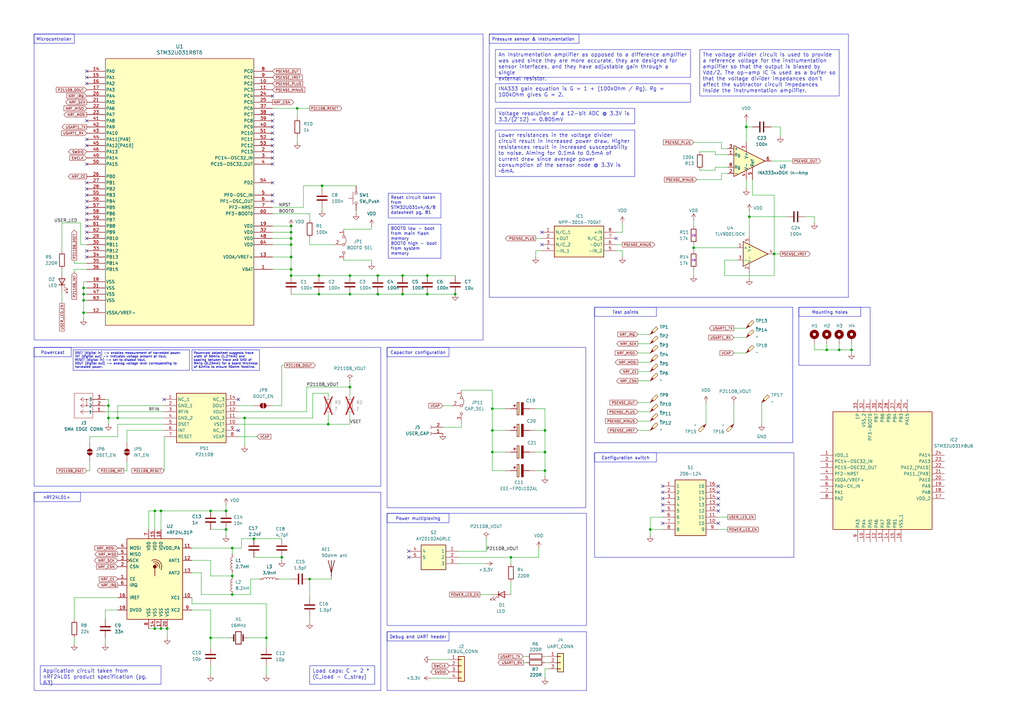
<source format=kicad_sch>
(kicad_sch (version 20231120) (generator "eeschema") (generator_version "8.0")
  (paper "A3")
  (title_block (title "Sensor Node") (rev "1") (company "TL-81"))
  (junction (at 307.34 88.9))
  (junction (at 119.38 105.41))
  (junction (at 201.93 185.42))
  (junction (at 44.45 166.37))
  (junction (at 132.08 76.2))
  (junction (at 130.81 113.03))
  (junction (at 349.25 143.51))
  (junction (at 165.1 120.65))
  (junction (at 223.52 193.04))
  (junction (at 284.48 101.6))
  (junction (at 119.38 92.71))
  (junction (at 44.45 171.45))
  (junction (at 66.04 209.55))
  (junction (at 34.29 118.11))
  (junction (at 306.07 52.07))
  (junction (at 115.57 228.6))
  (junction (at 95.25 224.79))
  (junction (at 317.5 104.14))
  (junction (at 34.29 123.19))
  (junction (at 143.51 158.75))
  (junction (at 119.38 110.49))
  (junction (at 63.5 257.81))
  (junction (at 127 237.49))
  (junction (at 68.58 257.81))
  (junction (at 48.26 171.45))
  (junction (at 86.36 209.55))
  (junction (at 86.36 261.62))
  (junction (at 201.93 167.64))
  (junction (at 104.14 220.98))
  (junction (at 109.22 261.62))
  (junction (at 34.29 120.65))
  (junction (at 130.81 120.65))
  (junction (at 143.51 120.65))
  (junction (at 344.17 143.51))
  (junction (at 201.93 176.53))
  (junction (at 92.71 209.55))
  (junction (at 119.38 100.33))
  (junction (at 186.69 120.65))
  (junction (at 143.51 113.03))
  (junction (at 154.94 120.65))
  (junction (at 223.52 176.53))
  (junction (at 95.25 243.84))
  (junction (at 209.55 228.6))
  (junction (at 266.7 217.17))
  (junction (at 119.38 95.25))
  (junction (at 223.52 185.42))
  (junction (at 121.92 44.45))
  (junction (at 34.29 128.27))
  (junction (at 339.09 143.51))
  (junction (at 175.26 113.03))
  (junction (at 134.62 173.99))
  (junction (at 165.1 113.03))
  (junction (at 154.94 113.03))
  (junction (at 92.71 217.17))
  (junction (at 63.5 209.55))
  (junction (at 95.25 236.22))
  (junction (at 119.38 97.79))
  (junction (at 66.04 257.81))
  (junction (at 119.38 113.03))
  (junction (at 175.26 120.65))
  (junction (at 100.33 171.45))
  (no_connect (at 271.78 204.47))
  (no_connect (at 35.56 85.09))
  (no_connect (at 111.76 74.93))
  (no_connect (at 35.56 97.79))
  (no_connect (at 294.64 209.55))
  (no_connect (at 271.78 207.01))
  (no_connect (at 35.56 57.15))
  (no_connect (at 111.76 49.53))
  (no_connect (at 111.76 54.61))
  (no_connect (at 252.73 97.79))
  (no_connect (at 111.76 39.37))
  (no_connect (at 294.64 199.39))
  (no_connect (at 271.78 214.63))
  (no_connect (at 294.64 204.47))
  (no_connect (at 111.76 64.77))
  (no_connect (at 35.56 102.87))
  (no_connect (at 35.56 34.29))
  (no_connect (at 35.56 90.17))
  (no_connect (at 35.56 92.71))
  (no_connect (at 97.79 163.83))
  (no_connect (at 35.56 74.93))
  (no_connect (at 67.31 163.83))
  (no_connect (at 271.78 199.39))
  (no_connect (at 294.64 201.93))
  (no_connect (at 271.78 209.55))
  (no_connect (at 222.25 100.33))
  (no_connect (at 35.56 31.75))
  (no_connect (at 35.56 87.63))
  (no_connect (at 35.56 67.31))
  (no_connect (at 111.76 46.99))
  (no_connect (at 97.79 176.53))
  (no_connect (at 35.56 29.21))
  (no_connect (at 35.56 95.25))
  (no_connect (at 35.56 82.55))
  (no_connect (at 111.76 80.01))
  (no_connect (at 35.56 49.53))
  (no_connect (at 111.76 67.31))
  (no_connect (at 111.76 52.07))
  (no_connect (at 294.64 207.01))
  (no_connect (at 167.64 228.6))
  (no_connect (at 111.76 82.55))
  (no_connect (at 222.25 95.25))
  (no_connect (at 271.78 201.93))
  (no_connect (at 111.76 59.69))
  (no_connect (at 111.76 57.15))
  (no_connect (at 35.56 80.01))
  (no_connect (at 167.64 226.06))
  (no_connect (at 294.64 214.63))
  (no_connect (at 35.56 105.41))
  (no_connect (at 35.56 77.47))
  (no_connect (at 35.56 59.69))
  (no_connect (at 111.76 62.23))
  (wire (pts (xy 43.18 250.19) (xy 48.26 250.19)))
  (wire (pts (xy 109.22 247.65) (xy 78.74 247.65)))
  (wire (pts (xy 121.92 44.45) (xy 127 44.45)))
  (wire (pts (xy 317.5 80.01) (xy 317.5 104.14)))
  (wire (pts (xy 115.57 149.86) (xy 116.84 149.86)))
  (wire (pts (xy 97.79 166.37) (xy 104.14 166.37)))
  (wire (pts (xy 127 237.49) (xy 135.89 237.49)))
  (wire (pts (xy 223.52 176.53) (xy 223.52 185.42)))
  (wire (pts (xy 63.5 209.55) (xy 63.5 217.17)))
  (wire (pts (xy 86.36 273.05) (xy 86.36 276.86)))
  (wire (pts (xy 86.36 261.62) (xy 86.36 265.43)))
  (wire (pts (xy 63.5 257.81) (xy 66.04 257.81)))
  (wire (pts (xy 255.27 95.25) (xy 252.73 95.25)))
  (wire (pts (xy 35.56 193.04) (xy 36.83 193.04)))
  (wire (pts (xy 127 87.63) (xy 127 90.17)))
  (wire (pts (xy 261.62 144.78) (xy 266.7 144.78)))
  (wire (pts (xy 307.34 86.36) (xy 307.34 88.9)))
  (wire (pts (xy 36.83 179.07) (xy 48.26 179.07)))
  (wire (pts (xy 339.09 140.97) (xy 339.09 143.51)))
  (wire (pts (xy 300.99 165.1) (xy 300.99 173.99)))
  (wire (pts (xy 109.22 247.65) (xy 109.22 261.62)))
  (wire (pts (xy 86.36 209.55) (xy 66.04 209.55)))
  (wire (pts (xy 33.02 100.33) (xy 35.56 100.33)))
  (wire (pts (xy 312.42 165.1) (xy 312.42 173.99)))
  (wire (pts (xy 78.74 234.95) (xy 82.55 234.95)))
  (wire (pts (xy 43.18 261.62) (xy 43.18 264.16)))
  (wire (pts (xy 255.27 105.41) (xy 255.27 102.87)))
  (wire (pts (xy 52.07 176.53) (xy 67.31 176.53)))
  (wire (pts (xy 25.4 119.38) (xy 25.4 124.46)))
  (wire (pts (xy 152.4 107.95) (xy 152.4 106.68)))
  (wire (pts (xy 97.79 171.45) (xy 100.33 171.45)))
  (wire (pts (xy 349.25 143.51) (xy 349.25 144.78)))
  (wire (pts (xy 34.29 128.27) (xy 35.56 128.27)))
  (wire (pts (xy 209.55 238.76) (xy 209.55 243.84)))
  (wire (pts (xy 124.46 76.2) (xy 132.08 76.2)))
  (wire (pts (xy 306.07 49.53) (xy 306.07 52.07)))
  (wire (pts (xy 219.71 105.41) (xy 219.71 102.87)))
  (wire (pts (xy 176.53 278.13) (xy 184.15 278.13)))
  (wire (pts (xy 300.99 138.43) (xy 306.07 138.43)))
  (wire (pts (xy 97.79 168.91) (xy 125.73 168.91)))
  (wire (pts (xy 86.36 217.17) (xy 92.71 217.17)))
  (wire (pts (xy 152.4 93.98) (xy 152.4 92.71)))
  (wire (pts (xy 132.08 77.47) (xy 132.08 76.2)))
  (wire (pts (xy 214.63 271.78) (xy 215.9 271.78)))
  (wire (pts (xy 43.18 163.83) (xy 44.45 163.83)))
  (wire (pts (xy 219.71 176.53) (xy 223.52 176.53)))
  (wire (pts (xy 109.22 261.62) (xy 109.22 265.43)))
  (wire (pts (xy 201.93 185.42) (xy 207.01 185.42)))
  (wire (pts (xy 187.96 226.06) (xy 199.39 226.06)))
  (wire (pts (xy 48.26 245.11) (xy 30.48 245.11)))
  (wire (pts (xy 143.51 156.21) (xy 143.51 158.75)))
  (wire (pts (xy 284.48 110.49) (xy 284.48 113.03)))
  (wire (pts (xy 104.14 228.6) (xy 115.57 228.6)))
  (wire (pts (xy 95.25 236.22) (xy 86.36 236.22)))
  (wire (pts (xy 111.76 85.09) (xy 124.46 85.09)))
  (wire (pts (xy 300.99 134.62) (xy 306.07 134.62)))
  (wire (pts (xy 43.18 254) (xy 43.18 250.19)))
  (wire (pts (xy 101.6 261.62) (xy 109.22 261.62)))
  (wire (pts (xy 119.38 100.33) (xy 119.38 97.79)))
  (wire (pts (xy 349.25 140.97) (xy 349.25 143.51)))
  (wire (pts (xy 82.55 243.84) (xy 95.25 243.84)))
  (wire (pts (xy 82.55 234.95) (xy 82.55 243.84)))
  (wire (pts (xy 44.45 166.37) (xy 43.18 166.37)))
  (wire (pts (xy 95.25 224.79) (xy 99.06 224.79)))
  (wire (pts (xy 52.07 176.53) (xy 52.07 181.61)))
  (wire (pts (xy 187.96 231.14) (xy 199.39 231.14)))
  (wire (pts (xy 201.93 193.04) (xy 207.01 193.04)))
  (wire (pts (xy 34.29 128.27) (xy 34.29 123.19)))
  (wire (pts (xy 175.26 120.65) (xy 186.69 120.65)))
  (wire (pts (xy 146.05 86.36) (xy 146.05 87.63)))
  (wire (pts (xy 344.17 143.51) (xy 349.25 143.51)))
  (wire (pts (xy 294.64 212.09) (xy 298.45 212.09)))
  (wire (pts (xy 255.27 102.87) (xy 252.73 102.87)))
  (wire (pts (xy 201.93 176.53) (xy 201.93 185.42)))
  (wire (pts (xy 30.48 106.68) (xy 30.48 107.95)))
  (wire (pts (xy 111.76 97.79) (xy 119.38 97.79)))
  (wire (pts (xy 35.56 118.11) (xy 34.29 118.11)))
  (wire (pts (xy 34.29 120.65) (xy 34.29 123.19)))
  (wire (pts (xy 86.36 229.87) (xy 78.74 229.87)))
  (wire (pts (xy 44.45 166.37) (xy 44.45 171.45)))
  (wire (pts (xy 100.33 171.45) (xy 100.33 182.88)))
  (wire (pts (xy 30.48 110.49) (xy 35.56 110.49)))
  (wire (pts (xy 300.99 144.78) (xy 306.07 144.78)))
  (wire (pts (xy 132.08 85.09) (xy 132.08 86.36)))
  (wire (pts (xy 308.61 80.01) (xy 308.61 73.66)))
  (wire (pts (xy 317.5 104.14) (xy 317.5 113.03)))
  (wire (pts (xy 307.34 111.76) (xy 307.34 114.3)))
  (wire (pts (xy 189.23 175.26) (xy 181.61 175.26)))
  (wire (pts (xy 48.26 166.37) (xy 67.31 166.37)))
  (wire (pts (xy 219.71 167.64) (xy 223.52 167.64)))
  (wire (pts (xy 125.73 158.75) (xy 125.73 168.91)))
  (wire (pts (xy 284.48 90.17) (xy 284.48 92.71)))
  (wire (pts (xy 220.98 224.79) (xy 220.98 228.6)))
  (wire (pts (xy 48.26 171.45) (xy 67.31 171.45)))
  (wire (pts (xy 284.48 58.42) (xy 295.91 58.42)))
  (wire (pts (xy 306.07 73.66) (xy 306.07 77.47)))
  (wire (pts (xy 86.36 236.22) (xy 86.36 229.87)))
  (wire (pts (xy 252.73 100.33) (xy 255.27 100.33)))
  (wire (pts (xy 86.36 250.19) (xy 78.74 250.19)))
  (wire (pts (xy 102.87 243.84) (xy 102.87 237.49)))
  (wire (pts (xy 44.45 171.45) (xy 44.45 173.99)))
  (wire (pts (xy 132.08 76.2) (xy 146.05 76.2)))
  (wire (pts (xy 223.52 167.64) (xy 223.52 176.53)))
  (wire (pts (xy 285.75 73.66) (xy 295.91 73.66)))
  (wire (pts (xy 261.62 165.1) (xy 266.7 165.1)))
  (wire (pts (xy 140.97 93.98) (xy 152.4 93.98)))
  (wire (pts (xy 52.07 193.04) (xy 52.07 189.23)))
  (wire (pts (xy 316.23 52.07) (xy 320.04 52.07)))
  (wire (pts (xy 111.76 110.49) (xy 119.38 110.49)))
  (wire (pts (xy 316.23 66.04) (xy 325.12 66.04)))
  (wire (pts (xy 121.92 55.88) (xy 121.92 58.42)))
  (wire (pts (xy 68.58 257.81) (xy 68.58 261.62)))
  (wire (pts (xy 30.48 111.76) (xy 30.48 110.49)))
  (wire (pts (xy 134.62 170.18) (xy 134.62 173.99)))
  (wire (pts (xy 307.34 88.9) (xy 322.58 88.9)))
  (wire (pts (xy 119.38 95.25) (xy 119.38 92.71)))
  (wire (pts (xy 176.53 270.51) (xy 184.15 270.51)))
  (wire (pts (xy 201.93 167.64) (xy 207.01 167.64)))
  (wire (pts (xy 48.26 173.99) (xy 67.31 173.99)))
  (wire (pts (xy 175.26 113.03) (xy 186.69 113.03)))
  (wire (pts (xy 295.91 71.12) (xy 298.45 71.12)))
  (wire (pts (xy 165.1 113.03) (xy 175.26 113.03)))
  (wire (pts (xy 111.76 44.45) (xy 121.92 44.45)))
  (wire (pts (xy 317.5 113.03) (xy 297.18 113.03)))
  (wire (pts (xy 119.38 105.41) (xy 119.38 100.33)))
  (wire (pts (xy 297.18 106.68) (xy 297.18 113.03)))
  (wire (pts (xy 92.71 217.17) (xy 92.71 219.71)))
  (wire (pts (xy 266.7 217.17) (xy 266.7 219.71)))
  (wire (pts (xy 66.04 209.55) (xy 63.5 209.55)))
  (wire (pts (xy 189.23 160.02) (xy 201.93 160.02)))
  (wire (pts (xy 284.48 100.33) (xy 284.48 101.6)))
  (wire (pts (xy 134.62 161.29) (xy 134.62 162.56)))
  (wire (pts (xy 36.83 193.04) (xy 36.83 189.23)))
  (wire (pts (xy 36.83 179.07) (xy 36.83 181.61)))
  (wire (pts (xy 99.06 220.98) (xy 104.14 220.98)))
  (wire (pts (xy 199.39 220.98) (xy 199.39 226.06)))
  (wire (pts (xy 95.25 224.79) (xy 78.74 224.79)))
  (wire (pts (xy 130.81 113.03) (xy 143.51 113.03)))
  (wire (pts (xy 143.51 113.03) (xy 154.94 113.03)))
  (wire (pts (xy 297.18 106.68) (xy 302.26 106.68)))
  (wire (pts (xy 284.48 101.6) (xy 302.26 101.6)))
  (wire (pts (xy 109.22 273.05) (xy 109.22 276.86)))
  (wire (pts (xy 201.93 176.53) (xy 207.01 176.53)))
  (wire (pts (xy 219.71 193.04) (xy 223.52 193.04)))
  (wire (pts (xy 43.18 168.91) (xy 67.31 168.91)))
  (wire (pts (xy 187.96 228.6) (xy 209.55 228.6)))
  (wire (pts (xy 115.57 228.6) (xy 115.57 229.87)))
  (wire (pts (xy 34.29 123.19) (xy 35.56 123.19)))
  (wire (pts (xy 165.1 120.65) (xy 175.26 120.65)))
  (wire (pts (xy 209.55 228.6) (xy 220.98 228.6)))
  (wire (pts (xy 209.55 228.6) (xy 209.55 231.14)))
  (wire (pts (xy 306.07 52.07) (xy 308.61 52.07)))
  (wire (pts (xy 111.76 105.41) (xy 119.38 105.41)))
  (wire (pts (xy 143.51 120.65) (xy 154.94 120.65)))
  (wire (pts (xy 34.29 118.11) (xy 34.29 120.65)))
  (wire (pts (xy 97.79 179.07) (xy 105.41 179.07)))
  (wire (pts (xy 223.52 271.78) (xy 224.79 271.78)))
  (wire (pts (xy 92.71 207.01) (xy 92.71 209.55)))
  (wire (pts (xy 266.7 212.09) (xy 266.7 217.17)))
  (wire (pts (xy 154.94 120.65) (xy 165.1 120.65)))
  (wire (pts (xy 111.76 166.37) (xy 115.57 166.37)))
  (wire (pts (xy 125.73 158.75) (xy 143.51 158.75)))
  (wire (pts (xy 50.8 193.04) (xy 52.07 193.04)))
  (wire (pts (xy 223.52 193.04) (xy 223.52 195.58)))
  (wire (pts (xy 261.62 176.53) (xy 266.7 176.53)))
  (wire (pts (xy 261.62 140.97) (xy 266.7 140.97)))
  (wire (pts (xy 284.48 101.6) (xy 284.48 102.87)))
  (wire (pts (xy 344.17 140.97) (xy 344.17 143.51)))
  (wire (pts (xy 261.62 168.91) (xy 266.7 168.91)))
  (wire (pts (xy 35.56 115.57) (xy 34.29 115.57)))
  (wire (pts (xy 201.93 167.64) (xy 201.93 176.53)))
  (wire (pts (xy 219.71 102.87) (xy 222.25 102.87)))
  (wire (pts (xy 25.4 110.49) (xy 25.4 111.76)))
  (wire (pts (xy 293.37 69.85) (xy 293.37 68.58)))
  (wire (pts (xy 222.25 97.79) (xy 219.71 97.79)))
  (wire (pts (xy 137.16 100.33) (xy 127 100.33)))
  (wire (pts (xy 67.31 179.07) (xy 67.31 193.04)))
  (wire (pts (xy 223.52 274.32) (xy 223.52 278.13)))
  (wire (pts (xy 261.62 148.59) (xy 266.7 148.59)))
  (wire (pts (xy 127 252.73) (xy 127 255.27)))
  (wire (pts (xy 294.64 217.17) (xy 298.45 217.17)))
  (wire (pts (xy 104.14 220.98) (xy 115.57 220.98)))
  (wire (pts (xy 143.51 173.99) (xy 143.51 170.18)))
  (wire (pts (xy 128.27 171.45) (xy 100.33 171.45)))
  (wire (pts (xy 295.91 73.66) (xy 295.91 71.12)))
  (wire (pts (xy 152.4 106.68) (xy 140.97 106.68)))
  (wire (pts (xy 224.79 274.32) (xy 223.52 274.32)))
  (wire (pts (xy 119.38 113.03) (xy 119.38 110.49)))
  (wire (pts (xy 293.37 63.5) (xy 293.37 62.23)))
  (wire (pts (xy 128.27 161.29) (xy 128.27 171.45)))
  (wire (pts (xy 214.63 269.24) (xy 215.9 269.24)))
  (wire (pts (xy 334.01 143.51) (xy 339.09 143.51)))
  (wire (pts (xy 339.09 143.51) (xy 344.17 143.51)))
  (wire (pts (xy 111.76 92.71) (xy 119.38 92.71)))
  (wire (pts (xy 201.93 160.02) (xy 201.93 167.64)))
  (wire (pts (xy 111.76 100.33) (xy 119.38 100.33)))
  (wire (pts (xy 143.51 158.75) (xy 143.51 162.56)))
  (wire (pts (xy 111.76 95.25) (xy 119.38 95.25)))
  (wire (pts (xy 317.5 104.14) (xy 320.04 104.14)))
  (wire (pts (xy 95.25 224.79) (xy 95.25 227.33)))
  (wire (pts (xy 261.62 156.21) (xy 266.7 156.21)))
  (wire (pts (xy 189.23 172.72) (xy 189.23 175.26)))
  (wire (pts (xy 334.01 140.97) (xy 334.01 143.51)))
  (wire (pts (xy 317.5 80.01) (xy 308.61 80.01)))
  (wire (pts (xy 66.04 209.55) (xy 66.04 217.17)))
  (wire (pts (xy 119.38 113.03) (xy 130.81 113.03)))
  (wire (pts (xy 223.52 185.42) (xy 223.52 193.04)))
  (wire (pts (xy 111.76 87.63) (xy 127 87.63)))
  (wire (pts (xy 201.93 185.42) (xy 201.93 193.04)))
  (wire (pts (xy 293.37 62.23) (xy 287.02 62.23)))
  (wire (pts (xy 320.04 52.07) (xy 320.04 55.88)))
  (wire (pts (xy 119.38 120.65) (xy 130.81 120.65)))
  (wire (pts (xy 34.29 120.65) (xy 35.56 120.65)))
  (wire (pts (xy 287.02 69.85) (xy 293.37 69.85)))
  (wire (pts (xy 66.04 257.81) (xy 68.58 257.81)))
  (wire (pts (xy 127 100.33) (xy 127 97.79)))
  (wire (pts (xy 34.29 115.57) (xy 34.29 118.11)))
  (wire (pts (xy 86.36 250.19) (xy 86.36 261.62)))
  (wire (pts (xy 293.37 68.58) (xy 298.45 68.58)))
  (wire (pts (xy 295.91 60.96) (xy 298.45 60.96)))
  (wire (pts (xy 295.91 58.42) (xy 295.91 60.96)))
  (wire (pts (xy 121.92 44.45) (xy 121.92 48.26)))
  (wire (pts (xy 92.71 209.55) (xy 86.36 209.55)))
  (wire (pts (xy 48.26 179.07) (xy 48.26 173.99)))
  (wire (pts (xy 33.02 91.44) (xy 33.02 100.33)))
  (wire (pts (xy 271.78 212.09) (xy 266.7 212.09)))
  (wire (pts (xy 95.25 243.84) (xy 102.87 243.84)))
  (wire (pts (xy 44.45 166.37) (xy 44.45 163.83)))
  (wire (pts (xy 99.06 224.79) (xy 99.06 220.98)))
  (wire (pts (xy 330.2 88.9) (xy 334.01 88.9)))
  (wire (pts (xy 127 237.49) (xy 127 245.11)))
  (wire (pts (xy 130.81 120.65) (xy 143.51 120.65)))
  (wire (pts (xy 271.78 217.17) (xy 266.7 217.17)))
  (wire (pts (xy 119.38 110.49) (xy 119.38 105.41)))
  (wire (pts (xy 119.38 97.79) (xy 119.38 95.25)))
  (wire (pts (xy 25.4 91.44) (xy 33.02 91.44)))
  (wire (pts (xy 134.62 173.99) (xy 143.51 173.99)))
  (wire (pts (xy 223.52 269.24) (xy 224.79 269.24)))
  (wire (pts (xy 63.5 209.55) (xy 60.96 209.55)))
  (wire (pts (xy 261.62 172.72) (xy 266.7 172.72)))
  (wire (pts (xy 181.61 166.37) (xy 185.42 166.37)))
  (wire (pts (xy 124.46 76.2) (xy 124.46 85.09)))
  (wire (pts (xy 60.96 257.81) (xy 63.5 257.81)))
  (wire (pts (xy 134.62 161.29) (xy 128.27 161.29)))
  (wire (pts (xy 289.56 165.1) (xy 289.56 173.99)))
  (wire (pts (xy 115.57 166.37) (xy 115.57 149.86)))
  (wire (pts (xy 154.94 113.03) (xy 165.1 113.03)))
  (wire (pts (xy 95.25 234.95) (xy 95.25 236.22)))
  (wire (pts (xy 102.87 237.49) (xy 106.68 237.49)))
  (wire (pts (xy 60.96 209.55) (xy 60.96 217.17)))
  (wire (pts (xy 25.4 91.44) (xy 25.4 102.87)))
  (wire (pts (xy 48.26 166.37) (xy 48.26 171.45)))
  (wire (pts (xy 219.71 185.42) (xy 223.52 185.42)))
  (wire (pts (xy 196.85 243.84) (xy 201.93 243.84)))
  (wire (pts (xy 34.29 130.81) (xy 34.29 128.27)))
  (wire (pts (xy 30.48 245.11) (xy 30.48 254)))
  (wire (pts (xy 114.3 237.49) (xy 119.38 237.49)))
  (wire (pts (xy 97.79 173.99) (xy 134.62 173.99)))
  (wire (pts (xy 255.27 91.44) (xy 255.27 95.25)))
  (wire (pts (xy 30.48 261.62) (xy 30.48 264.16)))
  (wire (pts (xy 44.45 171.45) (xy 48.26 171.45)))
  (wire (pts (xy 298.45 63.5) (xy 293.37 63.5)))
  (wire (pts (xy 306.07 52.07) (xy 306.07 58.42)))
  (wire (pts (xy 86.36 261.62) (xy 93.98 261.62)))
  (wire (pts (xy 35.56 107.95) (xy 30.48 107.95)))
  (wire (pts (xy 78.74 247.65) (xy 78.74 245.11)))
  (wire (pts (xy 334.01 88.9) (xy 334.01 91.44)))
  (wire (pts (xy 307.34 88.9) (xy 307.34 96.52)))
  (wire (pts (xy 261.62 152.4) (xy 266.7 152.4)))
  (wire (pts (xy 261.62 137.16) (xy 266.7 137.16)))
  (rectangle (start 158.75 259.08) (end 240.538 283.21))
  (rectangle (start 13.97 142.494) (end 29.21 146.304))
  (rectangle (start 158.75 259.08) (end 184.15 262.89))
  (rectangle (start 13.97 142.494) (end 156.21 199.39))
  (rectangle (start 327.66 125.984) (end 356.87 149.86))
  (rectangle (start 13.97 13.97) (end 30.48 17.78))
  (rectangle (start 158.75 210.566) (end 240.538 256.54))
  (rectangle (start 200.66 13.97) (end 237.49 17.78))
  (rectangle (start 158.75 210.566) (end 184.15 214.376))
  (rectangle (start 243.84 125.984) (end 269.24 129.794))
  (rectangle (start 243.84 125.984) (end 325.12 181.61))
  (rectangle (start 327.66 125.984) (end 353.06 129.794))
  (rectangle (start 13.97 13.97) (end 198.12 139.446))
  (rectangle (start 13.97 201.93) (end 33.02 205.74))
  (rectangle (start 243.84 185.674) (end 269.24 189.484))
  (rectangle (start 158.75 142.494) (end 240.284 208.28))
  (rectangle (start 243.84 185.674) (end 325.628 228.6))
  (rectangle (start 13.97 201.93) (end 156.21 283.21))
  (rectangle (start 200.66 13.97) (end 347.98 121.92))
  (rectangle (start 158.75 142.494) (end 184.15 146.304))
  (text_box "Reset circuit taken from STM32U031x4/6/8 datasheet pg. 81" (at 159.258 79.248 0) (size 21.59 10.16) (effects (font (size 1.27 1.27)) (justify left top)))
  (text_box "Lower resistances in the voltage divider circuit result in increased power draw. Higher resistances result in increased susceptability to noise. Aiming for 0.1mA to 0.5mA of current draw since average power consumption of the sensor node @ 3.3V is ~6mA." (at 203.2 53.34 0) (size 57.15 19.05) (effects (font (size 1.524 1.524)) (justify left top)))
  (text_box "INA333 gain equation is G = 1 + (100kOhm / Rg). Rg = 100kOhm gives G = 2.\n" (at 203.2 34.29 0) (size 80.01 7.62) (effects (font (size 1.524 1.524)) (justify left top)))
  (text_box "Voltage resolution of a 12-bit ADC @ 3.3V is 3.3/(2^12) = 0.805mV" (at 203.2 44.45 0) (size 57.15 6.35) (effects (font (size 1.524 1.524)) (justify left top)))
  (text_box "Powercast datasheet suggests trace width of 50mils (1.27mm) and\nspacing between trace and GND of 9mils (0.23mm) for a board thickness\nof 62mils to ensure 50ohm feedline." (at 78.74 143.51 0) (size 27.686 8.382) (effects (font (size 0.889 0.889)) (justify left top)))
  (text_box "The voltage divider circuit is used to provide a reference voltage for the instrumentation amplifier so that the output is biased by Vdd/2. The op-amp IC is used as a buffer so that the voltage divider impedances don't affect the subtractor circuit impedances inside the instrumentation amplifier." (at 287.02 20.32 0) (size 57.15 19.05) (effects (font (size 1.524 1.524)) (justify left top)))
  (text_box "An instrumentation amplifier as opposed to a difference amplifier\nwas used since they are more accurate, they are designed for\nsensor interfaces, and they have adjustable gain through a single\nexternal resistor." (at 203.2 20.32 0) (size 80.01 11.43) (effects (font (size 1.524 1.524)) (justify left top)))
  (text_box "BOOT0 low - boot from main flash memory\nBOOT0 high - boot from system memory" (at 159.258 91.948 0) (size 21.59 13.97) (effects (font (size 1.27 1.27)) (justify left top)))
  (text_box "DSET [digital in] -> enables measurement of harvested power.\nINT [digital out] -> indicates voltage present at Vout.\nRESET [digital in] -> set to disable Vout.\nDOUT [digital out] -> analog voltage level corresponding to harvested power.\n" (at 29.972 143.51 0) (size 47.752 8.382) (effects (font (size 0.889 0.889)) (justify left top)))
  (text_box "Application circuit taken from nRF24L01 product specification (pg. 63)" (at 16.51 273.05 0) (size 49.53 7.62) (effects (font (size 1.524 1.524)) (justify left top)))
  (text_box "Load caps: C = 2 * (C_load - C_stray)" (at 127 273.05 0) (size 26.67 7.62) (effects (font (size 1.524 1.524)) (justify left top)))
  (text "Test points" (at 256.54 128.27 0) (effects (font (size 1.27 1.27))))
  (text "Capacitor configuration" (at 171.45 144.78 0) (effects (font (size 1.27 1.27))))
  (text "nRF24L01+" (at 23.368 204.216 0) (effects (font (size 1.27 1.27))))
  (text "Microcontroller" (at 22.098 16.256 0) (effects (font (size 1.27 1.27))))
  (text "Powercast" (at 21.59 144.78 0) (effects (font (size 1.27 1.27))))
  (text "Power multiplexing" (at 171.45 212.852 0) (effects (font (size 1.27 1.27))))
  (text "Configuration switch" (at 256.54 187.96 0) (effects (font (size 1.27 1.27))))
  (text "Debug and UART header" (at 171.45 261.366 0) (effects (font (size 1.27 1.27))))
  (text "Mounting holes" (at 340.36 128.27 0) (effects (font (size 1.27 1.27))))
  (text "Pressure sensor & Instrumentation" (at 218.694 16.256 0) (effects (font (size 1.27 1.27))))
  (label "USER_LED" (at 31.75 91.44 180))
  (label "NRST" (at 114.3 85.09 0))
  (label "BOOT0" (at 114.3 87.63 0))
  (label "P2110B_VOUT" (at 125.73 158.75 0))
  (label "VSET" (at 143.51 173.99 0))
  (label "P2110B_VOUT" (at 199.39 226.06 0))
  (label "RFIN" (at 60.96 168.91 0))
  (global_label "PSENSE_MINUS" (shape input) (at 285.75 73.66 180) (effects (font (size 1.016 1.016))) (property "Intersheetrefs" "${INTERSHEET_REFS}" (effects (hide yes))))
  (global_label "P2110B_DOUT" (shape output) (at 116.84 149.86 0) (effects (font (size 1.016 1.016))) (property "Intersheetrefs" "${INTERSHEET_REFS}" (effects (hide yes))))
  (global_label "NRF_CE" (shape output) (at 261.62 152.4 180) (effects (font (size 1.016 1.016))) (property "Intersheetrefs" "${INTERSHEET_REFS}" (effects (hide yes))))
  (global_label "NRF_SCK" (shape output) (at 35.56 41.91 180) (effects (font (size 1.016 1.016))) (property "Intersheetrefs" "${INTERSHEET_REFS}" (effects (hide yes))))
  (global_label "NRF_MISO" (shape output) (at 48.26 227.33 180) (effects (font (size 1.016 1.016))) (property "Intersheetrefs" "${INTERSHEET_REFS}" (effects (hide yes))))
  (global_label "PSENSE_OUT" (shape input) (at 261.62 165.1 180) (effects (font (size 1.016 1.016))) (property "Intersheetrefs" "${INTERSHEET_REFS}" (effects (hide yes))))
  (global_label "SWCLK" (shape input) (at 35.56 64.77 180) (effects (font (size 1.016 1.016))) (property "Intersheetrefs" "${INTERSHEET_REFS}" (effects (hide yes))))
  (global_label "USART1_TX" (shape output) (at 35.56 52.07 180) (effects (font (size 1.016 1.016))) (property "Intersheetrefs" "${INTERSHEET_REFS}" (effects (hide yes))))
  (global_label "SWCLK" (shape input) (at 184.15 273.05 180) (effects (font (size 1.016 1.016))) (property "Intersheetrefs" "${INTERSHEET_REFS}" (effects (hide yes))))
  (global_label "P2110B_RESET" (shape output) (at 127 44.45 0) (effects (font (size 1.016 1.016))) (property "Intersheetrefs" "${INTERSHEET_REFS}" (effects (hide yes))))
  (global_label "SWDIO" (shape bidirectional) (at 35.56 62.23 180) (effects (font (size 1.016 1.016))) (property "Intersheetrefs" "${INTERSHEET_REFS}" (effects (hide yes))))
  (global_label "NRF_SCK" (shape bidirectional) (at 48.26 229.87 180) (effects (font (size 1.016 1.016))) (property "Intersheetrefs" "${INTERSHEET_REFS}" (effects (hide yes))))
  (global_label "NRF_MOSI" (shape output) (at 35.56 46.99 180) (effects (font (size 1.016 1.016))) (property "Intersheetrefs" "${INTERSHEET_REFS}" (effects (hide yes))))
  (global_label "PSENSE_VREF" (shape input) (at 111.76 31.75 0) (effects (font (size 1.016 1.016))) (property "Intersheetrefs" "${INTERSHEET_REFS}" (effects (hide yes))))
  (global_label "USART1_RX" (shape input) (at 35.56 54.61 180) (effects (font (size 1.016 1.016))) (property "Intersheetrefs" "${INTERSHEET_REFS}" (effects (hide yes))))
  (global_label "PSENSE_OUT" (shape output) (at 325.12 66.04 0) (effects (font (size 1.016 1.016))) (property "Intersheetrefs" "${INTERSHEET_REFS}" (effects (hide yes))))
  (global_label "P2110B_DSET" (shape input) (at 35.56 193.04 180) (effects (font (size 1.016 1.016))) (property "Intersheetrefs" "${INTERSHEET_REFS}" (effects (hide yes))))
  (global_label "NRF_CSN" (shape input) (at 48.26 232.41 180) (effects (font (size 1.016 1.016))) (property "Intersheetrefs" "${INTERSHEET_REFS}" (effects (hide yes))))
  (global_label "PSENSE_MINUS" (shape input) (at 111.76 36.83 0) (effects (font (size 1.016 1.016))) (property "Intersheetrefs" "${INTERSHEET_REFS}" (effects (hide yes))))
  (global_label "NRF_CE" (shape input) (at 48.26 237.49 180) (effects (font (size 1.016 1.016))) (property "Intersheetrefs" "${INTERSHEET_REFS}" (effects (hide yes))))
  (global_label "NRF_CE" (shape output) (at 35.56 72.39 180) (effects (font (size 1.016 1.016))) (property "Intersheetrefs" "${INTERSHEET_REFS}" (effects (hide yes))))
  (global_label "P2110B_INT" (shape output) (at 50.8 193.04 180) (effects (font (size 1.016 1.016))) (property "Intersheetrefs" "${INTERSHEET_REFS}" (effects (hide yes))))
  (global_label "P2110B_DSET" (shape output) (at 30.48 106.68 90) (effects (font (size 1.016 1.016))) (property "Intersheetrefs" "${INTERSHEET_REFS}" (effects (hide yes))))
  (global_label "NRF_CSN" (shape output) (at 111.76 41.91 0) (effects (font (size 1.016 1.016))) (property "Intersheetrefs" "${INTERSHEET_REFS}" (effects (hide yes))))
  (global_label "NRF_MOSI" (shape input) (at 48.26 224.79 180) (effects (font (size 1.016 1.016))) (property "Intersheetrefs" "${INTERSHEET_REFS}" (effects (hide yes))))
  (global_label "P2110B_INT" (shape input) (at 30.48 111.76 270) (effects (font (size 1.016 1.016))) (property "Intersheetrefs" "${INTERSHEET_REFS}" (effects (hide yes))))
  (global_label "SWDIO" (shape bidirectional) (at 184.15 275.59 180) (effects (font (size 1.016 1.016))) (property "Intersheetrefs" "${INTERSHEET_REFS}" (effects (hide yes))))
  (global_label "NRF_IRQ" (shape input) (at 261.62 137.16 180) (effects (font (size 1.016 1.016))) (property "Intersheetrefs" "${INTERSHEET_REFS}" (effects (hide yes))))
  (global_label "PSENSE_PLUS" (shape input) (at 284.48 58.42 180) (effects (font (size 1.016 1.016))) (property "Intersheetrefs" "${INTERSHEET_REFS}" (effects (hide yes))))
  (global_label "PSENSE_OUT" (shape input) (at 111.76 29.21 0) (effects (font (size 1.016 1.016))) (property "Intersheetrefs" "${INTERSHEET_REFS}" (effects (hide yes))))
  (global_label "POWER_LED_EN" (shape passive) (at 298.45 217.17 0) (effects (font (size 1.016 1.016))) (property "Intersheetrefs" "${INTERSHEET_REFS}" (effects (hide yes))))
  (global_label "VCAP" (shape input) (at 105.41 179.07 0) (effects (font (size 1.016 1.016))) (property "Intersheetrefs" "${INTERSHEET_REFS}" (effects (hide yes))))
  (global_label "USER_LED_EN" (shape passive) (at 25.4 124.46 270) (effects (font (size 1.016 1.016))) (property "Intersheetrefs" "${INTERSHEET_REFS}" (effects (hide yes))))
  (global_label "PSENSE_PLUS" (shape input) (at 111.76 34.29 0) (effects (font (size 1.016 1.016))) (property "Intersheetrefs" "${INTERSHEET_REFS}" (effects (hide yes))))
  (global_label "NRF_MISO" (shape input) (at 35.56 44.45 180) (effects (font (size 1.016 1.016))) (property "Intersheetrefs" "${INTERSHEET_REFS}" (effects (hide yes))))
  (global_label "NRF_MOSI" (shape output) (at 261.62 148.59 180) (effects (font (size 1.016 1.016))) (property "Intersheetrefs" "${INTERSHEET_REFS}" (effects (hide yes))))
  (global_label "VCAP" (shape input) (at 300.99 144.78 180) (effects (font (size 1.016 1.016))) (property "Intersheetrefs" "${INTERSHEET_REFS}" (effects (hide yes))))
  (global_label "P2110B_DOUT" (shape input) (at 35.56 36.83 180) (effects (font (size 1.016 1.016))) (property "Intersheetrefs" "${INTERSHEET_REFS}" (effects (hide yes))))
  (global_label "PSENSE_MINUS" (shape input) (at 261.62 172.72 180) (effects (font (size 1.016 1.016))) (property "Intersheetrefs" "${INTERSHEET_REFS}" (effects (hide yes))))
  (global_label "PSENSE_VREF" (shape input) (at 261.62 176.53 180) (effects (font (size 1.016 1.016))) (property "Intersheetrefs" "${INTERSHEET_REFS}" (effects (hide yes))))
  (global_label "PSENSE_MINUS" (shape output) (at 255.27 100.33 0) (effects (font (size 1.016 1.016))) (property "Intersheetrefs" "${INTERSHEET_REFS}" (effects (hide yes))))
  (global_label "NRF_IRQ" (shape input) (at 35.56 39.37 180) (effects (font (size 1.016 1.016))) (property "Intersheetrefs" "${INTERSHEET_REFS}" (effects (hide yes))))
  (global_label "NRF_IRQ" (shape output) (at 48.26 240.03 180) (effects (font (size 1.016 1.016))) (property "Intersheetrefs" "${INTERSHEET_REFS}" (effects (hide yes))))
  (global_label "USART1_TX" (shape input) (at 214.63 269.24 180) (effects (font (size 1.016 1.016))) (property "Intersheetrefs" "${INTERSHEET_REFS}" (effects (hide yes))))
  (global_label "P2110B_RESET" (shape input) (at 67.31 193.04 180) (effects (font (size 1.016 1.016))) (property "Intersheetrefs" "${INTERSHEET_REFS}" (effects (hide yes))))
  (global_label "NRF_CSN" (shape output) (at 261.62 156.21 180) (effects (font (size 1.016 1.016))) (property "Intersheetrefs" "${INTERSHEET_REFS}" (effects (hide yes))))
  (global_label "NRF_SCK" (shape output) (at 261.62 140.97 180) (effects (font (size 1.016 1.016))) (property "Intersheetrefs" "${INTERSHEET_REFS}" (effects (hide yes))))
  (global_label "USART1_TX" (shape output) (at 300.99 134.62 180) (effects (font (size 1.016 1.016))) (property "Intersheetrefs" "${INTERSHEET_REFS}" (effects (hide yes))))
  (global_label "NRF_MISO" (shape input) (at 261.62 144.78 180) (effects (font (size 1.016 1.016))) (property "Intersheetrefs" "${INTERSHEET_REFS}" (effects (hide yes))))
  (global_label "VCAP" (shape input) (at 181.61 166.37 180) (effects (font (size 1.016 1.016))) (property "Intersheetrefs" "${INTERSHEET_REFS}" (effects (hide yes))))
  (global_label "PSENSE_VREF" (shape output) (at 320.04 104.14 0) (effects (font (size 1.016 1.016))) (property "Intersheetrefs" "${INTERSHEET_REFS}" (effects (hide yes))))
  (global_label "USART1_RX" (shape output) (at 214.63 271.78 180) (effects (font (size 1.016 1.016))) (property "Intersheetrefs" "${INTERSHEET_REFS}" (effects (hide yes))))
  (global_label "PSENSE_PLUS" (shape input) (at 261.62 168.91 180) (effects (font (size 1.016 1.016))) (property "Intersheetrefs" "${INTERSHEET_REFS}" (effects (hide yes))))
  (global_label "USER_LED_EN" (shape passive) (at 298.45 212.09 0) (effects (font (size 1.016 1.016))) (property "Intersheetrefs" "${INTERSHEET_REFS}" (effects (hide yes))))
  (global_label "POWER_LED_EN" (shape passive) (at 196.85 243.84 180) (effects (font (size 1.016 1.016))) (property "Intersheetrefs" "${INTERSHEET_REFS}" (effects (hide yes))))
  (global_label "PSENSE_PLUS" (shape output) (at 219.71 97.79 180) (effects (font (size 1.016 1.016))) (property "Intersheetrefs" "${INTERSHEET_REFS}" (effects (hide yes))))
  (global_label "USART1_RX" (shape input) (at 300.99 138.43 180) (effects (font (size 1.016 1.016))) (property "Intersheetrefs" "${INTERSHEET_REFS}" (effects (hide yes))))
  (symbol (lib_id "Device:LED") (at 25.4 115.57 90) (unit 1)
    (property "Reference" "D2" (at 19.812 114.554 90) (effects (justify right)))
    (property "Value" "LED" (at 19.812 117.094 90) (effects (justify right)))
    (property "Footprint" "LED_SMD:LED_0603_1608Metric" (effects (hide yes)))
    (property "Description" "Light emitting diode" (effects (hide yes)))
    (property "Manufacturer_Part_Number" "150060GS55040" (effects (hide yes)))
    (property "Mouser Part Number" "710-150060GS55040" (effects (hide yes)))
  )
  (symbol (lib_name "EEE-FP0J102AL_1") (lib_id "libtpms:EEE-FP0J102AL") (at 207.01 167.64 0) (unit 1)
    (property "Reference" "C19" (at 217.678 164.338 0))
    (property "Value" "EEE-FP0J102AL" (effects (hide yes)))
    (property "Footprint" "libtpms:EEETC1V470P" (effects (hide yes)))
    (property "Datasheet" "http://industrial.panasonic.com/cdbs/www-data/pdf/RDE0000/RDE0000C1272.pdf" (effects (hide yes)))
    (property "Description" "Aluminium Electroyltic Capacitor, Radial" (effects (hide yes)))
    (property "Mouser Part Number" "667-EEE-FP0J102AL" (effects (hide yes)))
    (property "Mouser Price/Stock" "https://www.mouser.co.uk/ProductDetail/Panasonic/EEE-FP0J102AL?qs=vmHwEFxEFR%252Bryl7N1%2FXlYg%3D%3D" (effects (hide yes)))
    (property "Manufacturer_Name" "Panasonic" (effects (hide yes)))
    (property "Manufacturer_Part_Number" "EEE-FP0J102AL" (effects (hide yes)))
  )
  (symbol (lib_id "libtpms:AYZ0102AGRLC") (at 167.64 226.06 0) (unit 1)
    (property "Reference" "S2" (at 177.8 218.44 0))
    (property "Value" "AYZ0102AGRLC" (at 177.8 220.98 0))
    (property "Footprint" "libtpms:AYZ0102AGRLC" (effects (hide yes)))
    (property "Datasheet" "https://www.ckswitches.com/media/1431/ayz.pdf" (effects (hide yes)))
    (property "Description" "Switch slide 100mA 12VDC SPDT PCB Slide Switch SPDT On-On 100 mA Slide" (effects (hide yes)))
    (property "Height" "1" (effects (hide yes)))
    (property "Mouser Part Number" "611-AYZ0102AGRLC" (effects (hide yes)))
    (property "Mouser Price/Stock" "https://www.mouser.co.uk/ProductDetail/CK/AYZ0102AGRLC?qs=dJbzCyn%252BCFYWKwcWEToS6A%3D%3D" (effects (hide yes)))
    (property "Manufacturer_Name" "C & K COMPONENTS" (effects (hide yes)))
    (property "Manufacturer_Part_Number" "AYZ0102AGRLC" (effects (hide yes)))
  )
  (symbol (lib_id "Device:C") (at 104.14 224.79 180) (unit 1)
    (property "Reference" "C17" (at 101.854 216.662 0) (effects (justify right)))
    (property "Value" "2.2nF" (at 101.854 219.202 0) (effects (justify right)))
    (property "Footprint" "Capacitor_SMD:C_0402_1005Metric" (effects (hide yes)))
    (property "Datasheet" "https://www.mouser.ca/datasheet/2/40/general_purpose-3169586.pdf" (effects (hide yes)))
    (property "Description" "Unpolarized capacitor" (effects (hide yes)))
    (property "Manufacturer_Part_Number" "06033C104JAZ2A " (effects (hide yes)))
    (property "Mouser Part Number" "581-06033C104JAZ2A " (effects (hide yes)))
  )
  (symbol (lib_id "Connector:TestPoint_Probe") (at 312.42 165.1 0) (unit 1)
    (property "Reference" "TP17" (at 316.23 162.052 0) (effects (justify left)))
    (property "Value" "~" (at 316.23 164.7824 0) (effects (justify left)))
    (property "Footprint" "TestPoint:TestPoint_Pad_2.0x2.0mm" (effects (hide yes)))
    (property "Description" "test point (alternative probe-style design)" (effects (hide yes)))
    (property "Manufacturer_Part_Number" "RCT-0C " (effects (hide yes)))
    (property "Mouser Part Number" "279-RCT-0C " (effects (hide yes)))
  )
  (symbol (lib_id "Amplifier_Instrumentation:INA333xxDGK") (at 306.07 66.04 0) (unit 1)
    (property "Reference" "U3" (at 321.056 68.326 0))
    (property "Value" "INA333xxDGK In-Amp" (at 321.056 70.866 0))
    (property "Footprint" "Package_SO:VSSOP-8_3.0x3.0mm_P0.65mm" (effects (hide yes)))
    (property "Datasheet" "https://www.ti.com/lit/ds/symlink/ina333.pdf" (effects (hide yes)))
    (property "Description" "Zero Drift, Micropower Instrumentation Amplifier G = 1 + 100kOhm/Rg, VSSOP-8" (effects (hide yes)))
  )
  (symbol (lib_id "Connector:TestPoint_Probe") (at 266.7 148.59 0) (unit 1)
    (property "Reference" "TP4" (at 270.51 145.542 0) (effects (justify left)))
    (property "Value" "~" (at 270.51 148.2724 0) (effects (justify left)))
    (property "Footprint" "TestPoint:TestPoint_Pad_2.0x2.0mm" (effects (hide yes)))
    (property "Description" "test point (alternative probe-style design)" (effects (hide yes)))
    (property "Manufacturer_Part_Number" "RCT-0C " (effects (hide yes)))
    (property "Mouser Part Number" "279-RCT-0C " (effects (hide yes)))
  )
  (symbol (lib_id "power:GND") (at 176.53 270.51 270) (unit 1)
    (property "Reference" "#PWR013" (effects (hide yes)))
    (property "Value" "GND" (effects (hide yes)))
    (property "Description" "Power symbol creates a global label with name \"GND\" , ground" (effects (hide yes)))
  )
  (symbol (lib_id "power:GND") (at 284.48 113.03 0) (unit 1)
    (property "Reference" "#PWR034" (effects (hide yes)))
    (property "Value" "GND" (effects (hide yes)))
    (property "Description" "Power symbol creates a global label with name \"GND\" , ground" (effects (hide yes)))
  )
  (symbol (lib_id "power:GND") (at 266.7 219.71 0) (unit 1)
    (property "Reference" "#PWR021" (effects (hide yes)))
    (property "Value" "GND" (effects (hide yes)))
    (property "Description" "Power symbol creates a global label with name \"GND\" , ground" (effects (hide yes)))
  )
  (symbol (lib_id "power:VDD") (at 307.34 86.36 0) (unit 1)
    (property "Reference" "#PWR037" (effects (hide yes)))
    (property "Value" "VDD" (at 310.896 85.344 0))
    (property "Description" "Power symbol creates a global label with name \"VDD\"" (effects (hide yes)))
  )
  (symbol (lib_id "power:PWR_FLAG") (at 300.99 165.1 0) (unit 1)
    (property "Reference" "#FLG03" (effects (hide yes)))
    (property "Value" "P2110B_VOUT" (at 294.894 160.528 0) (effects (justify left)))
    (property "Description" "Special symbol for telling ERC where power comes from" (effects (hide yes)))
  )
  (symbol (lib_id "Device:L") (at 95.25 240.03 180) (unit 1)
    (property "Reference" "L2" (at 96.52 238.7599 0) (effects (justify right)))
    (property "Value" "8.2nH" (at 96.52 241.2999 0) (effects (justify right)))
    (property "Footprint" "Inductor_SMD:L_0402_1005Metric" (effects (hide yes)))
    (property "Description" "Inductor" (effects (hide yes)))
  )
  (symbol (lib_id "power:GND") (at 34.29 130.81 0) (unit 1)
    (property "Reference" "#PWR01" (effects (hide yes)))
    (property "Value" "GND" (effects (hide yes)))
    (property "Description" "Power symbol creates a global label with name \"GND\" , ground" (effects (hide yes)))
  )
  (symbol (lib_id "power:GND") (at 30.48 264.16 0) (unit 1)
    (property "Reference" "#PWR025" (effects (hide yes)))
    (property "Value" "GND" (effects (hide yes)))
    (property "Description" "Power symbol creates a global label with name \"GND\" , ground" (effects (hide yes)))
  )
  (symbol (lib_id "Device:L") (at 110.49 237.49 90) (unit 1)
    (property "Reference" "L3" (at 110.49 232.41 90))
    (property "Value" "3.9nH" (at 110.49 234.95 90))
    (property "Footprint" "Inductor_SMD:L_0402_1005Metric" (effects (hide yes)))
    (property "Description" "Inductor" (effects (hide yes)))
  )
  (symbol (lib_id "Mechanical:MountingHole_Pad") (at 344.17 138.43 0) (unit 1) (exclude_from_sim yes) (in_bom no)
    (property "Reference" "H3" (at 342.9 133.604 0) (effects (justify left)))
    (property "Value" "MountingHole" (effects (hide yes)))
    (property "Footprint" "MountingHole:MountingHole_2.2mm_M2_Pad" (effects (hide yes)))
    (property "Description" "Mounting Hole with connection" (effects (hide yes)))
  )
  (symbol (lib_id "Device:C") (at 326.39 88.9 90) (unit 1)
    (property "Reference" "C24" (at 326.39 93.472 90))
    (property "Value" "100n" (at 326.39 96.012 90))
    (property "Footprint" "Capacitor_SMD:C_0603_1608Metric" (effects (hide yes)))
    (property "Datasheet" "https://www.mouser.ca/datasheet/2/40/general_purpose-3169586.pdf" (effects (hide yes)))
    (property "Description" "Unpolarized capacitor" (effects (hide yes)))
    (property "Manufacturer_Part_Number" "06033C104JAZ2A " (effects (hide yes)))
    (property "Mouser Part Number" "581-06033C104JAZ2A " (effects (hide yes)))
  )
  (symbol (lib_id "Connector:TestPoint_Probe") (at 306.07 138.43 0) (unit 1)
    (property "Reference" "TP14" (at 309.88 135.382 0) (effects (justify left)))
    (property "Value" "~" (at 309.88 138.1124 0) (effects (justify left)))
    (property "Footprint" "TestPoint:TestPoint_Pad_2.0x2.0mm" (effects (hide yes)))
    (property "Description" "test point (alternative probe-style design)" (effects (hide yes)))
    (property "Manufacturer_Part_Number" "RCT-0C " (effects (hide yes)))
    (property "Mouser Part Number" "279-RCT-0C " (effects (hide yes)))
  )
  (symbol (lib_id "Device:C") (at 186.69 116.84 0) (unit 1)
    (property "Reference" "C7" (at 190.5 115.5699 0) (effects (justify left)))
    (property "Value" "10u" (at 190.5 118.1099 0) (effects (justify left)))
    (property "Footprint" "Capacitor_SMD:C_0603_1608Metric" (effects (hide yes)))
    (property "Description" "Unpolarized capacitor" (effects (hide yes)))
    (property "Manufacturer_Part_Number" "GRM188R60J106KE47J" (effects (hide yes)))
    (property "Mouser Part Number" "81-GRM188R60J106KE7J" (effects (hide yes)))
  )
  (symbol (lib_id "libtpms:NPP-301A-700AT") (at 222.25 95.25 0) (unit 1)
    (property "Reference" "IC1" (at 237.744 88.646 0))
    (property "Value" "NPP-301A-700AT" (at 237.744 91.186 0))
    (property "Footprint" "libtpms:SOIC127P610X280-8N" (effects (hide yes)))
    (property "Datasheet" "https://www.arrow.com/en/products/npp-301a-700at/amphenol" (effects (hide yes)))
    (property "Description" "Board Mount Pressure Sensors 100 PSIA Non-Ported" (effects (hide yes)))
    (property "Height" "2.8" (effects (hide yes)))
    (property "Mouser Part Number" "527-NPP-301A-700AT" (effects (hide yes)))
    (property "Mouser Price/Stock" "https://www.mouser.co.uk/ProductDetail/Amphenol-Advanced-Sensors/NPP-301A-700AT?qs=7H2Jq%252ByxpJLx2e5J%2Fo8aXg%3D%3D" (effects (hide yes)))
    (property "Manufacturer_Name" "Amphenol" (effects (hide yes)))
    (property "Manufacturer_Part_Number" "NPP-301A-700AT" (effects (hide yes)))
  )
  (symbol (lib_name "EEE-FP0J102AL_2") (lib_id "libtpms:EEE-FP0J102AL") (at 207.01 193.04 0) (unit 1)
    (property "Reference" "C11" (at 212.852 197.866 0))
    (property "Value" "EEE-FP0J102AL" (at 212.852 200.406 0))
    (property "Footprint" "libtpms:EEETC1V470P" (effects (hide yes)))
    (property "Datasheet" "http://industrial.panasonic.com/cdbs/www-data/pdf/RDE0000/RDE0000C1272.pdf" (effects (hide yes)))
    (property "Description" "Aluminium Electroyltic Capacitor, Radial" (effects (hide yes)))
    (property "Mouser Part Number" "667-EEE-FP0J102AL" (effects (hide yes)))
    (property "Mouser Price/Stock" "https://www.mouser.co.uk/ProductDetail/Panasonic/EEE-FP0J102AL?qs=vmHwEFxEFR%252Bryl7N1%2FXlYg%3D%3D" (effects (hide yes)))
    (property "Manufacturer_Name" "Panasonic" (effects (hide yes)))
    (property "Manufacturer_Part_Number" "EEE-FP0J102AL" (effects (hide yes)))
  )
  (symbol (lib_id "Device:C") (at 123.19 237.49 90) (unit 1)
    (property "Reference" "C15" (at 123.19 230.378 90))
    (property "Value" "1.5pF" (at 123.19 232.918 90))
    (property "Footprint" "Capacitor_SMD:C_0402_1005Metric" (effects (hide yes)))
    (property "Datasheet" "https://www.mouser.ca/datasheet/2/40/general_purpose-3169586.pdf" (effects (hide yes)))
    (property "Description" "Unpolarized capacitor" (effects (hide yes)))
    (property "Manufacturer_Part_Number" "06033C104JAZ2A " (effects (hide yes)))
    (property "Mouser Part Number" "581-06033C104JAZ2A " (effects (hide yes)))
  )
  (symbol (lib_id "Connector:TestPoint_Probe") (at 266.7 137.16 0) (unit 1)
    (property "Reference" "TP1" (at 270.51 134.112 0) (effects (justify left)))
    (property "Value" "~" (at 270.51 136.8424 0) (effects (justify left)))
    (property "Footprint" "TestPoint:TestPoint_Pad_2.0x2.0mm" (effects (hide yes)))
    (property "Description" "test point (alternative probe-style design)" (effects (hide yes)))
    (property "Manufacturer_Part_Number" "RCT-0C " (effects (hide yes)))
    (property "Mouser Part Number" "279-RCT-0C " (effects (hide yes)))
  )
  (symbol (lib_id "power:GND") (at 121.92 58.42 0) (unit 1)
    (property "Reference" "#PWR032" (effects (hide yes)))
    (property "Value" "GND" (effects (hide yes)))
    (property "Description" "Power symbol creates a global label with name \"GND\" , ground" (effects (hide yes)))
  )
  (symbol (lib_id "power:GND") (at 181.61 177.8 0) (unit 1)
    (property "Reference" "#PWR018" (effects (hide yes)))
    (property "Value" "GND" (effects (hide yes)))
    (property "Description" "Power symbol creates a global label with name \"GND\" , ground" (effects (hide yes)))
  )
  (symbol (lib_id "Device:R") (at 134.62 166.37 0) (unit 1) (dnp yes)
    (property "Reference" "R3" (at 137.16 165.0999 0) (effects (justify left)))
    (property "Value" "?" (at 137.16 167.6399 0) (effects (justify left)))
    (property "Footprint" "Resistor_SMD:R_0603_1608Metric" (effects (hide yes)))
    (property "Description" "Resistor" (effects (hide yes)))
    (property "Manufacturer_Part_Number" "CRCW06031M58FKEA" (effects (hide yes)))
    (property "Mouser Part Number" " 71-CRCW06031M58FKEA " (effects (hide yes)))
  )
  (symbol (lib_id "Mechanical:MountingHole_Pad") (at 349.25 138.43 0) (unit 1) (exclude_from_sim yes) (in_bom no)
    (property "Reference" "H4" (at 347.98 133.604 0) (effects (justify left)))
    (property "Value" "MountingHole" (effects (hide yes)))
    (property "Footprint" "MountingHole:MountingHole_2.2mm_M2_Pad" (effects (hide yes)))
    (property "Description" "Mounting Hole with connection" (effects (hide yes)))
  )
  (symbol (lib_id "power:GND") (at 44.45 173.99 0) (unit 1)
    (property "Reference" "#PWR016" (effects (hide yes)))
    (property "Value" "GND" (effects (hide yes)))
    (property "Description" "Power symbol creates a global label with name \"GND\" , ground" (effects (hide yes)))
  )
  (symbol (lib_id "power:GND") (at 146.05 87.63 0) (unit 1)
    (property "Reference" "#PWR05" (effects (hide yes)))
    (property "Value" "GND" (effects (hide yes)))
    (property "Description" "Power symbol creates a global label with name \"GND\" , ground" (effects (hide yes)))
  )
  (symbol (lib_id "Connector:TestPoint_Probe") (at 266.7 172.72 0) (unit 1)
    (property "Reference" "TP11" (at 270.51 169.672 0) (effects (justify left)))
    (property "Value" "~" (at 270.51 172.4024 0) (effects (justify left)))
    (property "Footprint" "TestPoint:TestPoint_Pad_2.0x2.0mm" (effects (hide yes)))
    (property "Description" "test point (alternative probe-style design)" (effects (hide yes)))
    (property "Manufacturer_Part_Number" "RCT-0C " (effects (hide yes)))
    (property "Mouser Part Number" "279-RCT-0C " (effects (hide yes)))
  )
  (symbol (lib_id "power:PWR_FLAG") (at 143.51 156.21 0) (unit 1)
    (property "Reference" "#FLG01" (effects (hide yes)))
    (property "Value" "P2110B_VOUT" (at 143.51 151.13 0))
    (property "Description" "Special symbol for telling ERC where power comes from" (effects (hide yes)))
  )
  (symbol (lib_id "Connector:TestPoint_Probe") (at 266.7 165.1 0) (unit 1)
    (property "Reference" "TP9" (at 270.51 162.052 0) (effects (justify left)))
    (property "Value" "~" (at 270.51 164.7824 0) (effects (justify left)))
    (property "Footprint" "TestPoint:TestPoint_Pad_2.0x2.0mm" (effects (hide yes)))
    (property "Description" "test point (alternative probe-style design)" (effects (hide yes)))
    (property "Manufacturer_Part_Number" "RCT-0C " (effects (hide yes)))
    (property "Mouser Part Number" "279-RCT-0C " (effects (hide yes)))
  )
  (symbol (lib_id "Jumper:SolderJumper_2_Open") (at 36.83 185.42 90) (unit 1) (exclude_from_sim yes) (in_bom no)
    (property "Reference" "JP6" (at 39.37 184.1499 90) (effects (justify right)))
    (property "Value" "DSET_EN" (at 39.37 186.6899 90) (effects (justify right)))
    (property "Footprint" "Jumper:SolderJumper-2_P1.3mm_Open_RoundedPad1.0x1.5mm" (effects (hide yes)))
    (property "Description" "Solder Jumper, 2-pole, open" (effects (hide yes)))
  )
  (symbol (lib_id "Device:C") (at 132.08 81.28 0) (unit 1)
    (property "Reference" "C8" (at 135.89 80.0099 0) (effects (justify left)))
    (property "Value" "100n" (at 135.89 82.5499 0) (effects (justify left)))
    (property "Footprint" "Capacitor_SMD:C_0603_1608Metric" (effects (hide yes)))
    (property "Datasheet" "https://www.mouser.ca/datasheet/2/40/general_purpose-3169586.pdf" (effects (hide yes)))
    (property "Description" "Unpolarized capacitor" (effects (hide yes)))
    (property "Manufacturer_Part_Number" "06033C104JAZ2A " (effects (hide yes)))
    (property "Mouser Part Number" "581-06033C104JAZ2A " (effects (hide yes)))
  )
  (symbol (lib_id "Device:C") (at 127 248.92 0) (unit 1)
    (property "Reference" "C16" (at 130.81 247.6499 0) (effects (justify left)))
    (property "Value" "1.0pF" (at 130.81 250.1899 0) (effects (justify left)))
    (property "Footprint" "Capacitor_SMD:C_0402_1005Metric" (effects (hide yes)))
    (property "Datasheet" "https://www.mouser.ca/datasheet/2/40/general_purpose-3169586.pdf" (effects (hide yes)))
    (property "Description" "Unpolarized capacitor" (effects (hide yes)))
    (property "Manufacturer_Part_Number" "06033C104JAZ2A " (effects (hide yes)))
    (property "Mouser Part Number" "581-06033C104JAZ2A " (effects (hide yes)))
  )
  (symbol (lib_id "power:GND") (at 223.52 195.58 0) (unit 1)
    (property "Reference" "#PWR015" (effects (hide yes)))
    (property "Value" "GND" (effects (hide yes)))
    (property "Description" "Power symbol creates a global label with name \"GND\" , ground" (effects (hide yes)))
  )
  (symbol (lib_id "Device:C") (at 92.71 213.36 0) (unit 1)
    (property "Reference" "C14" (at 95.758 212.09 0) (effects (justify left)))
    (property "Value" "10n" (at 95.758 214.63 0) (effects (justify left)))
    (property "Footprint" "Capacitor_SMD:C_0402_1005Metric" (effects (hide yes)))
    (property "Datasheet" "https://www.mouser.ca/datasheet/2/40/general_purpose-3169586.pdf" (effects (hide yes)))
    (property "Description" "Unpolarized capacitor" (effects (hide yes)))
    (property "Manufacturer_Part_Number" "06033C104JAZ2A " (effects (hide yes)))
    (property "Mouser Part Number" "581-06033C104JAZ2A " (effects (hide yes)))
  )
  (symbol (lib_id "power:VDD") (at 284.48 90.17 0) (unit 1)
    (property "Reference" "#PWR033" (effects (hide yes)))
    (property "Value" "VDD" (at 284.48 86.36 0))
    (property "Description" "Power symbol creates a global label with name \"VDD\"" (effects (hide yes)))
  )
  (symbol (lib_id "power:GND") (at 109.22 276.86 0) (unit 1)
    (property "Reference" "#PWR027" (effects (hide yes)))
    (property "Value" "GND" (effects (hide yes)))
    (property "Description" "Power symbol creates a global label with name \"GND\" , ground" (effects (hide yes)))
  )
  (symbol (lib_id "Connector:TestPoint_Probe") (at 300.99 173.99 180) (unit 1)
    (property "Reference" "TP16" (at 297.18 177.038 0) (effects (justify left)))
    (property "Value" "~" (at 297.18 174.3076 0) (effects (justify left)))
    (property "Footprint" "TestPoint:TestPoint_Pad_2.0x2.0mm" (effects (hide yes)))
    (property "Description" "test point (alternative probe-style design)" (effects (hide yes)))
    (property "Manufacturer_Part_Number" "RCT-0C " (effects (hide yes)))
    (property "Mouser Part Number" "279-RCT-0C " (effects (hide yes)))
  )
  (symbol (lib_id "Mechanical:MountingHole_Pad") (at 334.01 138.43 0) (unit 1) (exclude_from_sim yes) (in_bom no)
    (property "Reference" "H1" (at 332.74 133.604 0) (effects (justify left)))
    (property "Value" "MountingHole" (effects (hide yes)))
    (property "Footprint" "MountingHole:MountingHole_2.2mm_M2_Pad" (effects (hide yes)))
    (property "Description" "Mounting Hole with connection" (effects (hide yes)))
  )
  (symbol (lib_id "libtpms:STM32U031R8T6") (at 35.56 29.21 0) (unit 1)
    (property "Reference" "U1" (at 73.66 19.05 0) (effects (font (size 1.524 1.524))))
    (property "Value" "STM32U031R8T6" (at 73.66 21.59 0) (effects (font (size 1.524 1.524))))
    (property "Footprint" "libtpms:LQFP64_STM" (effects (hide yes)))
    (property "Datasheet" "STM32U031R8T6" (effects (hide yes)))
    (property "Manufacturer_Part_Number" " STM32U031R8T6 " (effects (hide yes)))
    (property "Mouser Part Number" " 511-STM32U031R8T6 " (effects (hide yes)))
  )
  (symbol (lib_id "Device:Antenna") (at 135.89 232.41 0) (unit 1)
    (property "Reference" "AE1" (at 131.826 225.298 0) (effects (justify left)))
    (property "Value" "50ohm ant" (at 131.826 227.838 0) (effects (justify left)))
    (property "Description" "Antenna" (effects (hide yes)))
  )
  (symbol (lib_id "power:GND") (at 307.34 114.3 0) (unit 1)
    (property "Reference" "#PWR038" (effects (hide yes)))
    (property "Value" "GND" (effects (hide yes)))
    (property "Description" "Power symbol creates a global label with name \"GND\" , ground" (effects (hide yes)))
  )
  (symbol (lib_id "Jumper:SolderJumper_2_Open") (at 107.95 166.37 180) (unit 1) (exclude_from_sim yes) (in_bom no)
    (property "Reference" "JP9" (at 107.95 160.02 0))
    (property "Value" "DOUT_EN" (at 107.95 162.56 0))
    (property "Footprint" "Jumper:SolderJumper-2_P1.3mm_Open_RoundedPad1.0x1.5mm" (effects (hide yes)))
    (property "Description" "Solder Jumper, 2-pole, open" (effects (hide yes)))
  )
  (symbol (lib_id "power:GND") (at 186.69 120.65 0) (unit 1)
    (property "Reference" "#PWR03" (effects (hide yes)))
    (property "Value" "GND" (effects (hide yes)))
    (property "Description" "Power symbol creates a global label with name \"GND\" , ground" (effects (hide yes)))
  )
  (symbol (lib_id "Device:C") (at 43.18 257.81 0) (unit 1)
    (property "Reference" "C9" (at 46.99 256.5399 0) (effects (justify left)))
    (property "Value" "33n" (at 46.99 259.0799 0) (effects (justify left)))
    (property "Footprint" "Capacitor_SMD:C_0402_1005Metric" (effects (hide yes)))
    (property "Datasheet" "https://www.mouser.ca/datasheet/2/40/general_purpose-3169586.pdf" (effects (hide yes)))
    (property "Description" "Unpolarized capacitor" (effects (hide yes)))
    (property "Manufacturer_Part_Number" "06033C104JAZ2A " (effects (hide yes)))
    (property "Mouser Part Number" "581-06033C104JAZ2A " (effects (hide yes)))
  )
  (symbol (lib_id "Device:C") (at 175.26 116.84 0) (unit 1)
    (property "Reference" "C6" (at 179.07 115.5699 0) (effects (justify left)))
    (property "Value" "100n" (at 179.07 118.1099 0) (effects (justify left)))
    (property "Footprint" "Capacitor_SMD:C_0603_1608Metric" (effects (hide yes)))
    (property "Datasheet" "https://www.mouser.ca/datasheet/2/40/general_purpose-3169586.pdf" (effects (hide yes)))
    (property "Description" "Unpolarized capacitor" (effects (hide yes)))
    (property "Manufacturer_Part_Number" "06033C104JAZ2A " (effects (hide yes)))
    (property "Mouser Part Number" "581-06033C104JAZ2A " (effects (hide yes)))
  )
  (symbol (lib_id "Device:C") (at 130.81 116.84 0) (unit 1)
    (property "Reference" "C2" (at 134.62 115.5699 0) (effects (justify left)))
    (property "Value" "100n" (at 134.62 118.1099 0) (effects (justify left)))
    (property "Footprint" "Capacitor_SMD:C_0603_1608Metric" (effects (hide yes)))
    (property "Datasheet" "https://www.mouser.ca/datasheet/2/40/general_purpose-3169586.pdf" (effects (hide yes)))
    (property "Description" "Unpolarized capacitor" (effects (hide yes)))
    (property "Manufacturer_Part_Number" "06033C104JAZ2A " (effects (hide yes)))
    (property "Mouser Part Number" "581-06033C104JAZ2A " (effects (hide yes)))
  )
  (symbol (lib_id "libtpms:P2110B") (at 67.31 163.83 0) (unit 1)
    (property "Reference" "PS1" (at 83.82 183.896 0))
    (property "Value" "P2110B" (at 83.82 186.436 0))
    (property "Footprint" "libtpms:P2110B" (effects (hide yes)))
    (property "Datasheet" "https://componentsearchengine.com/Datasheets/1/P2110B.pdf" (effects (hide yes)))
    (property "Description" "Energy Harvesting Modules Powerharvester Receiver - 915 MHz" (effects (hide yes)))
    (property "Height" "2.3114" (effects (hide yes)))
    (property "Mouser Part Number" "582-P2110B" (effects (hide yes)))
    (property "Mouser Price/Stock" "https://www.mouser.co.uk/ProductDetail/Powercast/P2110B?qs=VAB4DzKv5wViaDUvcUIcdQ%3D%3D" (effects (hide yes)))
    (property "Manufacturer_Name" "Powercast" (effects (hide yes)))
    (property "Manufacturer_Part_Number" "P2110B" (effects (hide yes)))
  )
  (symbol (lib_id "Mechanical:MountingHole_Pad") (at 339.09 138.43 0) (unit 1) (exclude_from_sim yes) (in_bom no)
    (property "Reference" "H2" (at 337.82 133.604 0) (effects (justify left)))
    (property "Value" "MountingHole" (effects (hide yes)))
    (property "Footprint" "MountingHole:MountingHole_2.2mm_M2_Pad" (effects (hide yes)))
    (property "Description" "Mounting Hole with connection" (effects (hide yes)))
  )
  (symbol (lib_id "Connector:TestPoint_Probe") (at 266.7 140.97 0) (unit 1)
    (property "Reference" "TP2" (at 270.51 137.922 0) (effects (justify left)))
    (property "Value" "~" (at 270.51 140.6524 0) (effects (justify left)))
    (property "Footprint" "TestPoint:TestPoint_Pad_2.0x2.0mm" (effects (hide yes)))
    (property "Description" "test point (alternative probe-style design)" (effects (hide yes)))
    (property "Manufacturer_Part_Number" "RCT-0C " (effects (hide yes)))
    (property "Mouser Part Number" "279-RCT-0C " (effects (hide yes)))
  )
  (symbol (lib_id "libtpms:732511150") (at 43.18 168.91 180) (unit 1)
    (property "Reference" "J3" (at 34.29 173.482 0))
    (property "Value" "SMA EDGE CONN" (at 34.29 176.022 0))
    (property "Footprint" "libtpms:CONN_73251-1150_MOL" (effects (hide yes)))
    (property "Datasheet" "732511150" (effects (hide yes)))
    (property "Manufacturer_Part_Number" "73251-1150" (effects (hide yes)))
    (property "Mouser Part Number" "538-73251-1150" (effects (hide yes)))
  )
  (symbol (lib_id "Device:C") (at 115.57 224.79 0) (unit 1)
    (property "Reference" "C18" (at 113.03 216.916 0) (effects (justify left)))
    (property "Value" "4.7pF" (at 113.03 219.456 0) (effects (justify left)))
    (property "Footprint" "Capacitor_SMD:C_0402_1005Metric" (effects (hide yes)))
    (property "Datasheet" "https://www.mouser.ca/datasheet/2/40/general_purpose-3169586.pdf" (effects (hide yes)))
    (property "Description" "Unpolarized capacitor" (effects (hide yes)))
    (property "Manufacturer_Part_Number" "06033C104JAZ2A " (effects (hide yes)))
    (property "Mouser Part Number" "581-06033C104JAZ2A " (effects (hide yes)))
  )
  (symbol (lib_id "Device:R") (at 284.48 106.68 0) (unit 1)
    (property "Reference" "R14" (at 278.638 105.41 0) (effects (justify left)))
    (property "Value" "17k" (at 278.638 107.95 0) (effects (justify left)))
    (property "Footprint" "Resistor_SMD:R_0603_1608Metric" (effects (hide yes)))
    (property "Description" "Resistor" (effects (hide yes)))
    (property "Manufacturer_Part_Number" "ERJ-PA3D1003V" (effects (hide yes)))
    (property "Mouser Part Number" "667-ERJ-PA3D1003V" (effects (hide yes)))
    (property "Tolerance" "1%" (at 284.48 106.68 0) (effects (font (size 0.762 0.762))))
  )
  (symbol (lib_id "power:VDD") (at 220.98 224.79 0) (unit 1)
    (property "Reference" "#PWR019" (effects (hide yes)))
    (property "Value" "VDD" (at 220.98 219.71 0))
    (property "Description" "Power symbol creates a global label with name \"VDD\"" (effects (hide yes)))
  )
  (symbol (lib_id "power:VDD") (at 119.38 92.71 0) (unit 1)
    (property "Reference" "#PWR02" (effects (hide yes)))
    (property "Value" "VDD" (at 122.936 90.932 0))
    (property "Description" "Power symbol creates a global label with name \"VDD\"" (effects (hide yes)))
  )
  (symbol (lib_id "power:GND") (at 86.36 276.86 0) (unit 1)
    (property "Reference" "#PWR026" (effects (hide yes)))
    (property "Value" "GND" (effects (hide yes)))
    (property "Description" "Power symbol creates a global label with name \"GND\" , ground" (effects (hide yes)))
  )
  (symbol (lib_id "Device:R") (at 219.71 271.78 270) (unit 1)
    (property "Reference" "R7" (at 218.186 274.574 90) (effects (justify left)))
    (property "Value" "220R" (at 217.17 276.86 90) (effects (justify left)))
    (property "Footprint" "Resistor_SMD:R_0603_1608Metric" (effects (hide yes)))
    (property "Description" "Resistor" (effects (hide yes)))
    (property "Manufacturer_Part_Number" "ERJ-PA3D2200V" (effects (hide yes)))
    (property "Mouser Part Number" "667-ERJ-PA3D2200V" (effects (hide yes)))
  )
  (symbol (lib_id "Device:R") (at 143.51 166.37 0) (unit 1) (dnp yes)
    (property "Reference" "R2" (at 146.05 165.0999 0) (effects (justify left)))
    (property "Value" "?" (at 146.05 167.6399 0) (effects (justify left)))
    (property "Footprint" "Resistor_SMD:R_0603_1608Metric" (effects (hide yes)))
    (property "Description" "Resistor" (effects (hide yes)))
    (property "Manufacturer_Part_Number" "CRCW06031M58FKEA" (effects (hide yes)))
    (property "Mouser Part Number" " 71-CRCW06031M58FKEA " (effects (hide yes)))
  )
  (symbol (lib_id "libtpms:206-124") (at 271.78 199.39 0) (unit 1)
    (property "Reference" "S1" (at 283.21 191.77 0))
    (property "Value" "206-124" (at 283.21 194.31 0))
    (property "Footprint" "libtpms:206124" (effects (hide yes)))
    (property "Datasheet" "https://datasheet.datasheetarchive.com/originals/distributors/SFDatasheet-0/sf-0002828.pdf" (effects (hide yes)))
    (property "Description" "4 Way Through Hole DIP Switch Single Pole Double Throw (SPDT), Standard Actuator" (effects (hide yes)))
    (property "Height" "8.49" (effects (hide yes)))
    (property "Mouser Part Number" "774-206124" (effects (hide yes)))
    (property "Mouser Price/Stock" "https://www.mouser.co.uk/ProductDetail/CTS-Electronic-Components/206-124?qs=YquLqel%252BdSwQ37OnMfpodQ%3D%3D" (effects (hide yes)))
    (property "Manufacturer_Name" "CTS" (effects (hide yes)))
    (property "Manufacturer_Part_Number" "206-124" (effects (hide yes)))
  )
  (symbol (lib_id "power:+3.3V") (at 176.53 278.13 90) (unit 1)
    (property "Reference" "#PWR014" (effects (hide yes)))
    (property "Value" "+3.3V" (at 172.466 278.13 90) (effects (justify left)))
    (property "Description" "Power symbol creates a global label with name \"+3.3V\"" (effects (hide yes)))
  )
  (symbol (lib_id "power:VDD") (at 92.71 207.01 0) (unit 1)
    (property "Reference" "#PWR028" (effects (hide yes)))
    (property "Value" "VDD" (at 96.266 205.232 0))
    (property "Description" "Power symbol creates a global label with name \"VDD\"" (effects (hide yes)))
  )
  (symbol (lib_id "Amplifier_Operational:TLV9001IDCK") (at 307.34 104.14 0) (unit 1)
    (property "Reference" "U4" (at 299.466 93.472 0))
    (property "Value" "TLV9001IDCK" (at 299.466 96.012 0))
    (property "Footprint" "Package_TO_SOT_SMD:SOT-353_SC-70-5" (effects (hide yes)))
    (property "Datasheet" "https://www.ti.com/lit/ds/symlink/tlv9001.pdf" (effects (hide yes)))
    (property "Description" "Low-power, Rail-to-Rail, 1MHz Operational Amplifier, SOT-353" (effects (hide yes)))
  )
  (symbol (lib_id "Connector:TestPoint_Probe") (at 266.7 156.21 0) (unit 1)
    (property "Reference" "TP6" (at 270.51 153.162 0) (effects (justify left)))
    (property "Value" "~" (at 270.51 155.8924 0) (effects (justify left)))
    (property "Footprint" "TestPoint:TestPoint_Pad_2.0x2.0mm" (effects (hide yes)))
    (property "Description" "test point (alternative probe-style design)" (effects (hide yes)))
    (property "Manufacturer_Part_Number" "RCT-0C " (effects (hide yes)))
    (property "Mouser Part Number" "279-RCT-0C " (effects (hide yes)))
  )
  (symbol (lib_id "Device:R") (at 121.92 52.07 0) (unit 1)
    (property "Reference" "R10" (at 124.46 50.7999 0) (effects (justify left)))
    (property "Value" "1k" (at 124.46 53.3399 0) (effects (justify left)))
    (property "Footprint" "Resistor_SMD:R_0603_1608Metric" (effects (hide yes)))
    (property "Description" "Resistor" (effects (hide yes)))
    (property "Manufacturer_Part_Number" "ERJ-PA3D1003V" (effects (hide yes)))
    (property "Mouser Part Number" "667-ERJ-PA3D1003V" (effects (hide yes)))
  )
  (symbol (lib_id "Connector:TestPoint_Probe") (at 266.7 144.78 0) (unit 1)
    (property "Reference" "TP3" (at 270.51 141.732 0) (effects (justify left)))
    (property "Value" "~" (at 270.51 144.4624 0) (effects (justify left)))
    (property "Footprint" "TestPoint:TestPoint_Pad_2.0x2.0mm" (effects (hide yes)))
    (property "Description" "test point (alternative probe-style design)" (effects (hide yes)))
    (property "Manufacturer_Part_Number" "RCT-0C " (effects (hide yes)))
    (property "Mouser Part Number" "279-RCT-0C " (effects (hide yes)))
  )
  (symbol (lib_id "RF:nRF24L01P") (at 63.5 237.49 0) (unit 1)
    (property "Reference" "U2" (at 68.2341 215.9 0) (effects (justify left)))
    (property "Value" "nRF24L01P" (at 68.2341 218.44 0) (effects (justify left)))
    (property "Footprint" "Package_DFN_QFN:QFN-20-1EP_4x4mm_P0.5mm_EP2.5x2.5mm" (effects (hide yes)))
    (property "Datasheet" "http://www.nordicsemi.com/eng/content/download/2726/34069/file/nRF24L01P_Product_Specification_1_0.pdf" (effects (hide yes)))
    (property "Description" "nRF24L01+, Ultra low power 2.4GHz RF Transceiver, QFN20 4x4mm" (effects (hide yes)))
  )
  (symbol (lib_id "Device:L") (at 95.25 231.14 180) (unit 1)
    (property "Reference" "L1" (at 96.52 229.8699 0) (effects (justify right)))
    (property "Value" "2.7nH" (at 96.52 232.4099 0) (effects (justify right)))
    (property "Footprint" "Inductor_SMD:L_0402_1005Metric" (effects (hide yes)))
    (property "Description" "Inductor" (effects (hide yes)))
  )
  (symbol (lib_id "power:GND") (at 115.57 229.87 0) (unit 1)
    (property "Reference" "#PWR030" (effects (hide yes)))
    (property "Value" "GND" (effects (hide yes)))
    (property "Description" "Power symbol creates a global label with name \"GND\" , ground" (effects (hide yes)))
  )
  (symbol (lib_id "power:VDD") (at 255.27 91.44 0) (unit 1)
    (property "Reference" "#PWR010" (effects (hide yes)))
    (property "Value" "VDD" (at 255.27 86.36 0))
    (property "Description" "Power symbol creates a global label with name \"VDD\"" (effects (hide yes)))
  )
  (symbol (lib_id "Connector_Generic:Conn_01x03") (at 229.87 271.78 0) (unit 1)
    (property "Reference" "J4" (at 228.6 262.382 0) (effects (justify left)))
    (property "Value" "UART_CONN" (at 224.282 265.176 0) (effects (justify left)))
    (property "Footprint" "Connector_PinHeader_2.54mm:PinHeader_1x03_P2.54mm_Vertical" (effects (hide yes)))
    (property "Description" "Generic connector, single row, 01x03, script generated (kicad-library-utils/schlib/autogen/connector/)" (effects (hide yes)))
  )
  (symbol (lib_id "power:GND") (at 92.71 219.71 0) (unit 1)
    (property "Reference" "#PWR029" (effects (hide yes)))
    (property "Value" "GND" (effects (hide yes)))
    (property "Description" "Power symbol creates a global label with name \"GND\" , ground" (effects (hide yes)))
  )
  (symbol (lib_id "Device:R") (at 127 93.98 0) (unit 1)
    (property "Reference" "R1" (at 129.54 92.7099 0) (effects (justify left)))
    (property "Value" "100k" (at 129.54 95.2499 0) (effects (justify left)))
    (property "Footprint" "Resistor_SMD:R_0603_1608Metric" (effects (hide yes)))
    (property "Description" "Resistor" (effects (hide yes)))
    (property "Manufacturer_Part_Number" "ERJ-PA3D1003V" (effects (hide yes)))
    (property "Mouser Part Number" "667-ERJ-PA3D1003V" (effects (hide yes)))
  )
  (symbol (lib_id "power:GND") (at 152.4 107.95 0) (unit 1)
    (property "Reference" "#PWR06" (effects (hide yes)))
    (property "Value" "GND" (effects (hide yes)))
    (property "Description" "Power symbol creates a global label with name \"GND\" , ground" (effects (hide yes)))
  )
  (symbol (lib_id "power:GND") (at 68.58 261.62 0) (unit 1)
    (property "Reference" "#PWR08" (effects (hide yes)))
    (property "Value" "GND" (effects (hide yes)))
    (property "Description" "Power symbol creates a global label with name \"GND\" , ground" (effects (hide yes)))
  )
  (symbol (lib_id "power:GND") (at 100.33 182.88 0) (unit 1)
    (property "Reference" "#PWR017" (effects (hide yes)))
    (property "Value" "GND" (effects (hide yes)))
    (property "Description" "Power symbol creates a global label with name \"GND\" , ground" (effects (hide yes)))
  )
  (symbol (lib_id "Device:Crystal") (at 97.79 261.62 0) (unit 1)
    (property "Reference" "X1" (at 97.79 254 0))
    (property "Value" "16MHz" (at 97.79 256.54 0))
    (property "Footprint" "libtpms:830064296" (effects (hide yes)))
    (property "Datasheet" "https://www.we-online.com/components/products/datasheet/830064296.pdf" (effects (hide yes)))
    (property "Description" "Two pin crystal" (effects (hide yes)))
  )
  (symbol (lib_id "Connector:TestPoint_Probe") (at 306.07 144.78 0) (unit 1)
    (property "Reference" "TP18" (at 309.88 141.732 0) (effects (justify left)))
    (property "Value" "~" (at 309.88 144.4624 0) (effects (justify left)))
    (property "Footprint" "TestPoint:TestPoint_Pad_2.0x2.0mm" (effects (hide yes)))
    (property "Description" "test point (alternative probe-style design)" (effects (hide yes)))
    (property "Manufacturer_Part_Number" "RCT-0C " (effects (hide yes)))
    (property "Mouser Part Number" "279-RCT-0C " (effects (hide yes)))
  )
  (symbol (lib_id "power:+3.3V") (at 199.39 231.14 270) (unit 1)
    (property "Reference" "#PWR020" (effects (hide yes)))
    (property "Value" "+3.3V" (at 196.342 233.68 90) (effects (justify left)))
    (property "Description" "Power symbol creates a global label with name \"+3.3V\"" (effects (hide yes)))
  )
  (symbol (lib_id "power:VDD") (at 306.07 49.53 0) (unit 1)
    (property "Reference" "#PWR035" (effects (hide yes)))
    (property "Value" "VDD" (at 306.07 44.45 0))
    (property "Description" "Power symbol creates a global label with name \"VDD\"" (effects (hide yes)))
  )
  (symbol (lib_id "Connector:TestPoint_Probe") (at 306.07 134.62 0) (unit 1)
    (property "Reference" "TP13" (at 309.88 131.572 0) (effects (justify left)))
    (property "Value" "~" (at 309.88 134.3024 0) (effects (justify left)))
    (property "Footprint" "TestPoint:TestPoint_Pad_2.0x2.0mm" (effects (hide yes)))
    (property "Description" "test point (alternative probe-style design)" (effects (hide yes)))
    (property "Manufacturer_Part_Number" "RCT-0C " (effects (hide yes)))
    (property "Mouser Part Number" "279-RCT-0C " (effects (hide yes)))
  )
  (symbol (lib_id "Jumper:SolderJumper_2_Open") (at 52.07 185.42 90) (unit 1) (exclude_from_sim yes) (in_bom no)
    (property "Reference" "JP5" (at 54.61 184.1499 90) (effects (justify right)))
    (property "Value" "INT_EN" (at 54.61 186.6899 90) (effects (justify right)))
    (property "Footprint" "Jumper:SolderJumper-2_P1.3mm_Open_RoundedPad1.0x1.5mm" (effects (hide yes)))
    (property "Description" "Solder Jumper, 2-pole, open" (effects (hide yes)))
  )
  (symbol (lib_id "Device:LED") (at 205.74 243.84 0) (unit 1)
    (property "Reference" "D1" (at 207.264 248.158 0) (effects (justify right)))
    (property "Value" "LED" (at 207.264 250.698 0) (effects (justify right)))
    (property "Footprint" "LED_SMD:LED_0603_1608Metric" (effects (hide yes)))
    (property "Description" "Light emitting diode" (effects (hide yes)))
    (property "Manufacturer_Part_Number" "150060GS55040" (effects (hide yes)))
    (property "Mouser Part Number" "710-150060GS55040" (effects (hide yes)))
  )
  (symbol (lib_name "EEE-FP0J102AL_4") (lib_id "libtpms:EEE-FP0J102AL") (at 207.01 176.53 0) (unit 1)
    (property "Reference" "C20" (at 217.932 172.72 0))
    (property "Value" "EEE-FP0J102AL" (effects (hide yes)))
    (property "Footprint" "libtpms:EEETC1V470P" (effects (hide yes)))
    (property "Datasheet" "http://industrial.panasonic.com/cdbs/www-data/pdf/RDE0000/RDE0000C1272.pdf" (effects (hide yes)))
    (property "Description" "Aluminium Electroyltic Capacitor, Radial" (effects (hide yes)))
    (property "Mouser Part Number" "667-EEE-FP0J102AL" (effects (hide yes)))
    (property "Mouser Price/Stock" "https://www.mouser.co.uk/ProductDetail/Panasonic/EEE-FP0J102AL?qs=vmHwEFxEFR%252Bryl7N1%2FXlYg%3D%3D" (effects (hide yes)))
    (property "Manufacturer_Name" "Panasonic" (effects (hide yes)))
    (property "Manufacturer_Part_Number" "EEE-FP0J102AL" (effects (hide yes)))
  )
  (symbol (lib_id "power:GND") (at 127 255.27 0) (unit 1)
    (property "Reference" "#PWR031" (effects (hide yes)))
    (property "Value" "GND" (effects (hide yes)))
    (property "Description" "Power symbol creates a global label with name \"GND\" , ground" (effects (hide yes)))
  )
  (symbol (lib_id "Connector:Conn_01x02_Socket") (at 176.53 177.8 180) (unit 1)
    (property "Reference" "J5" (at 171.196 175.26 0))
    (property "Value" "USER_CAP" (at 171.196 177.8 0))
    (property "Footprint" "Connector_PinSocket_2.54mm:PinSocket_1x02_P2.54mm_Vertical" (effects (hide yes)))
    (property "Description" "Generic connector, single row, 01x02, script generated" (effects (hide yes)))
  )
  (symbol (lib_id "power:GND") (at 306.07 77.47 0) (unit 1)
    (property "Reference" "#PWR036" (effects (hide yes)))
    (property "Value" "GND" (effects (hide yes)))
    (property "Description" "Power symbol creates a global label with name \"GND\" , ground" (effects (hide yes)))
  )
  (symbol (lib_id "power:VDD") (at 289.56 165.1 0) (unit 1)
    (property "Reference" "#PWR039" (effects (hide yes)))
    (property "Value" "VDD" (at 289.56 160.02 0))
    (property "Description" "Power symbol creates a global label with name \"VDD\"" (effects (hide yes)))
  )
  (symbol (lib_id "power:GND") (at 223.52 278.13 0) (unit 1)
    (property "Reference" "#PWR023" (effects (hide yes)))
    (property "Value" "GND" (effects (hide yes)))
    (property "Description" "Power symbol creates a global label with name \"GND\" , ground" (effects (hide yes)))
  )
  (symbol (lib_id "Device:R") (at 209.55 234.95 0) (unit 1)
    (property "Reference" "R4" (at 212.09 233.6799 0) (effects (justify left)))
    (property "Value" "220R" (at 212.09 236.2199 0) (effects (justify left)))
    (property "Footprint" "Resistor_SMD:R_0603_1608Metric" (effects (hide yes)))
    (property "Description" "Resistor" (effects (hide yes)))
    (property "Manufacturer_Part_Number" "ERJ-PA3D2200V" (effects (hide yes)))
    (property "Mouser Part Number" "667-ERJ-PA3D2200V" (effects (hide yes)))
  )
  (symbol (lib_id "power:GND") (at 43.18 264.16 0) (unit 1)
    (property "Reference" "#PWR09" (effects (hide yes)))
    (property "Value" "GND" (effects (hide yes)))
    (property "Description" "Power symbol creates a global label with name \"GND\" , ground" (effects (hide yes)))
  )
  (symbol (lib_name "EEE-FP0J102AL_3") (lib_id "libtpms:EEE-FP0J102AL") (at 207.01 185.42 0) (unit 1)
    (property "Reference" "C21" (at 218.186 181.61 0))
    (property "Value" "EEE-FP0J102AL" (effects (hide yes)))
    (property "Footprint" "libtpms:EEETC1V470P" (effects (hide yes)))
    (property "Datasheet" "http://industrial.panasonic.com/cdbs/www-data/pdf/RDE0000/RDE0000C1272.pdf" (effects (hide yes)))
    (property "Description" "Aluminium Electroyltic Capacitor, Radial" (effects (hide yes)))
    (property "Mouser Part Number" "667-EEE-FP0J102AL" (effects (hide yes)))
    (property "Mouser Price/Stock" "https://www.mouser.co.uk/ProductDetail/Panasonic/EEE-FP0J102AL?qs=vmHwEFxEFR%252Bryl7N1%2FXlYg%3D%3D" (effects (hide yes)))
    (property "Manufacturer_Name" "Panasonic" (effects (hide yes)))
    (property "Manufacturer_Part_Number" "EEE-FP0J102AL" (effects (hide yes)))
  )
  (symbol (lib_id "Device:C") (at 109.22 269.24 0) (unit 1)
    (property "Reference" "C12" (at 113.03 267.9699 0) (effects (justify left)))
    (property "Value" "10p" (at 113.03 270.5099 0) (effects (justify left)))
    (property "Footprint" "Capacitor_SMD:C_0402_1005Metric" (effects (hide yes)))
    (property "Datasheet" "https://www.mouser.ca/datasheet/2/40/general_purpose-3169586.pdf" (effects (hide yes)))
    (property "Description" "Unpolarized capacitor" (effects (hide yes)))
    (property "Manufacturer_Part_Number" "06033C104JAZ2A " (effects (hide yes)))
    (property "Mouser Part Number" "581-06033C104JAZ2A " (effects (hide yes)))
  )
  (symbol (lib_id "Device:R") (at 287.02 66.04 180) (unit 1)
    (property "Reference" "R13" (at 284.734 67.056 0) (effects (justify left)))
    (property "Value" "100k" (at 284.734 64.516 0) (effects (justify left)))
    (property "Footprint" "Resistor_SMD:R_0603_1608Metric" (effects (hide yes)))
    (property "Description" "Resistor" (effects (hide yes)))
    (property "Manufacturer_Part_Number" "ERJ-PA3D1003V" (effects (hide yes)))
    (property "Mouser Part Number" "667-ERJ-PA3D1003V" (effects (hide yes)))
  )
  (symbol (lib_id "Jumper:Jumper_3_Bridged12") (at 140.97 100.33 270) (unit 1) (exclude_from_sim yes) (in_bom no)
    (property "Reference" "JP1" (at 145.034 99.06 90) (effects (justify left)))
    (property "Value" "BOOT0 SEL" (at 142.24 101.6 90) (effects (justify left)))
    (property "Footprint" "Connector_PinHeader_2.54mm:PinHeader_1x03_P2.54mm_Vertical" (effects (hide yes)))
    (property "Description" "Jumper, 3-pole, pins 1+2 closed/bridged" (effects (hide yes)))
  )
  (symbol (lib_id "Device:R") (at 219.71 269.24 270) (unit 1)
    (property "Reference" "R6" (at 218.186 264.16 90) (effects (justify left)))
    (property "Value" "220R" (at 217.17 266.446 90) (effects (justify left)))
    (property "Footprint" "Resistor_SMD:R_0603_1608Metric" (effects (hide yes)))
    (property "Description" "Resistor" (effects (hide yes)))
    (property "Manufacturer_Part_Number" "ERJ-PA3D2200V" (effects (hide yes)))
    (property "Mouser Part Number" "667-ERJ-PA3D2200V" (effects (hide yes)))
  )
  (symbol (lib_id "power:GND") (at 132.08 86.36 0) (unit 1)
    (property "Reference" "#PWR04" (effects (hide yes)))
    (property "Value" "GND" (effects (hide yes)))
    (property "Description" "Power symbol creates a global label with name \"GND\" , ground" (effects (hide yes)))
  )
  (symbol (lib_id "Connector:TestPoint_Probe") (at 266.7 152.4 0) (unit 1)
    (property "Reference" "TP5" (at 270.51 149.352 0) (effects (justify left)))
    (property "Value" "~" (at 270.51 152.0824 0) (effects (justify left)))
    (property "Footprint" "TestPoint:TestPoint_Pad_2.0x2.0mm" (effects (hide yes)))
    (property "Description" "test point (alternative probe-style design)" (effects (hide yes)))
    (property "Manufacturer_Part_Number" "RCT-0C " (effects (hide yes)))
    (property "Mouser Part Number" "279-RCT-0C " (effects (hide yes)))
  )
  (symbol (lib_id "power:GND") (at 349.25 144.78 0) (unit 1)
    (property "Reference" "#PWR022" (effects (hide yes)))
    (property "Value" "GND" (effects (hide yes)))
    (property "Description" "Power symbol creates a global label with name \"GND\" , ground" (effects (hide yes)))
  )
  (symbol (lib_id "Device:C") (at 154.94 116.84 0) (unit 1)
    (property "Reference" "C4" (at 158.75 115.5699 0) (effects (justify left)))
    (property "Value" "100n" (at 158.75 118.1099 0) (effects (justify left)))
    (property "Footprint" "Capacitor_SMD:C_0603_1608Metric" (effects (hide yes)))
    (property "Datasheet" "https://www.mouser.ca/datasheet/2/40/general_purpose-3169586.pdf" (effects (hide yes)))
    (property "Description" "Unpolarized capacitor" (effects (hide yes)))
    (property "Manufacturer_Part_Number" "06033C104JAZ2A " (effects (hide yes)))
    (property "Mouser Part Number" "581-06033C104JAZ2A " (effects (hide yes)))
  )
  (symbol (lib_id "Device:R") (at 25.4 106.68 0) (unit 1)
    (property "Reference" "R5" (at 18.542 105.41 0) (effects (justify left)))
    (property "Value" "220R" (at 18.542 107.95 0) (effects (justify left)))
    (property "Footprint" "Resistor_SMD:R_0603_1608Metric" (effects (hide yes)))
    (property "Description" "Resistor" (effects (hide yes)))
    (property "Manufacturer_Part_Number" "ERJ-PA3D2200V" (effects (hide yes)))
    (property "Mouser Part Number" "667-ERJ-PA3D2200V" (effects (hide yes)))
  )
  (symbol (lib_id "power:GND") (at 320.04 55.88 0) (unit 1)
    (property "Reference" "#PWR024" (effects (hide yes)))
    (property "Value" "GND" (effects (hide yes)))
    (property "Description" "Power symbol creates a global label with name \"GND\" , ground" (effects (hide yes)))
  )
  (symbol (lib_id "power:VDD") (at 152.4 92.71 0) (unit 1)
    (property "Reference" "#PWR07" (effects (hide yes)))
    (property "Value" "VDD" (at 152.4 87.63 0))
    (property "Description" "Power symbol creates a global label with name \"VDD\"" (effects (hide yes)))
  )
  (symbol (lib_id "Device:C") (at 143.51 116.84 0) (unit 1)
    (property "Reference" "C3" (at 147.32 115.5699 0) (effects (justify left)))
    (property "Value" "100n" (at 147.32 118.1099 0) (effects (justify left)))
    (property "Footprint" "Capacitor_SMD:C_0603_1608Metric" (effects (hide yes)))
    (property "Datasheet" "https://www.mouser.ca/datasheet/2/40/general_purpose-3169586.pdf" (effects (hide yes)))
    (property "Description" "Unpolarized capacitor" (effects (hide yes)))
    (property "Manufacturer_Part_Number" "06033C104JAZ2A " (effects (hide yes)))
    (property "Mouser Part Number" "581-06033C104JAZ2A " (effects (hide yes)))
  )
  (symbol (lib_id "power:GND") (at 219.71 105.41 0) (unit 1)
    (property "Reference" "#PWR011" (effects (hide yes)))
    (property "Value" "GND" (effects (hide yes)))
    (property "Description" "Power symbol creates a global label with name \"GND\" , ground" (effects (hide yes)))
  )
  (symbol (lib_id "Device:C") (at 86.36 269.24 0) (unit 1)
    (property "Reference" "C10" (at 78.74 267.716 0) (effects (justify left)))
    (property "Value" "10p" (at 78.74 270.256 0) (effects (justify left)))
    (property "Footprint" "Capacitor_SMD:C_0402_1005Metric" (effects (hide yes)))
    (property "Datasheet" "https://www.mouser.ca/datasheet/2/40/general_purpose-3169586.pdf" (effects (hide yes)))
    (property "Description" "Unpolarized capacitor" (effects (hide yes)))
    (property "Manufacturer_Part_Number" "06033C104JAZ2A " (effects (hide yes)))
    (property "Mouser Part Number" "581-06033C104JAZ2A " (effects (hide yes)))
  )
  (symbol (lib_id "Device:C") (at 312.42 52.07 90) (unit 1)
    (property "Reference" "C23" (at 312.42 56.642 90))
    (property "Value" "100n" (at 312.42 59.182 90))
    (property "Footprint" "Capacitor_SMD:C_0603_1608Metric" (effects (hide yes)))
    (property "Datasheet" "https://www.mouser.ca/datasheet/2/40/general_purpose-3169586.pdf" (effects (hide yes)))
    (property "Description" "Unpolarized capacitor" (effects (hide yes)))
    (property "Manufacturer_Part_Number" "06033C104JAZ2A " (effects (hide yes)))
    (property "Mouser Part Number" "581-06033C104JAZ2A " (effects (hide yes)))
  )
  (symbol (lib_id "Connector_Generic:Conn_01x04") (at 189.23 273.05 0) (unit 1)
    (property "Reference" "J2" (at 187.96 265.176 0) (effects (justify left)))
    (property "Value" "DEBUG_CONN" (at 183.388 267.208 0) (effects (justify left)))
    (property "Footprint" "Connector_PinHeader_2.54mm:PinHeader_1x04_P2.54mm_Vertical" (effects (hide yes)))
    (property "Description" "Generic connector, single row, 01x04, script generated (kicad-library-utils/schlib/autogen/connector/)" (effects (hide yes)))
  )
  (symbol (lib_id "Device:C") (at 86.36 213.36 0) (unit 1)
    (property "Reference" "C13" (at 78.74 211.836 0) (effects (justify left)))
    (property "Value" "1n" (at 78.74 214.376 0) (effects (justify left)))
    (property "Footprint" "Capacitor_SMD:C_0402_1005Metric" (effects (hide yes)))
    (property "Datasheet" "https://www.mouser.ca/datasheet/2/40/general_purpose-3169586.pdf" (effects (hide yes)))
    (property "Description" "Unpolarized capacitor" (effects (hide yes)))
    (property "Manufacturer_Part_Number" "06033C104JAZ2A " (effects (hide yes)))
    (property "Mouser Part Number" "581-06033C104JAZ2A " (effects (hide yes)))
  )
  (symbol (lib_id "libtpms:STM32U031K8U6") (at 336.55 186.69 0) (unit 1)
    (property "Reference" "IC2" (at 391.16 180.3714 0))
    (property "Value" "STM32U031K8U6" (at 391.16 182.9114 0))
    (property "Footprint" "libtpms:QFN50P500X500X60-33N-D" (effects (hide yes)))
    (property "Datasheet" "https://www.st.com/resource/en/datasheet/stm32u031f4.pdf" (effects (hide yes)))
    (property "Description" "Ultra-low-power features (ultra-low-power devices)  1.71 V to 3.6 V power supply  -40 C to 85/125 C temperature range  VBAT mode: 130 nA (with RTC and 9 x 32-bit backup registers)  Shutdown mode (4 wake-up pins): 16 nA  Standby mode (4 wake-up pins): 160 nA with RTC, 30 nA without RTC  Stop 2 mode: 630 nA with RTC, 515 nA without RTC  Run mode (LDO mode): 52 uA/MHz  Batch acquisition mode (BAM)  4 us wake-up from Stop mode  Brownout reset (BOR)" (effects (hide yes)))
    (property "Height" "0.6" (effects (hide yes)))
    (property "Manufacturer_Name" "STMicroelectronics" (effects (hide yes)))
    (property "Manufacturer_Part_Number" "STM32U031K8U6" (effects (hide yes)))
    (property "Mouser Part Number" "511-STM32U031K8U6" (effects (hide yes)))
    (property "Mouser Price/Stock" "https://www.mouser.co.uk/ProductDetail/STMicroelectronics/STM32U031K8U6?qs=dbcCsuKDzFUeNQ2GzBLCmw%3D%3D" (effects (hide yes)))
  )
  (symbol (lib_id "power:GND") (at 312.42 173.99 0) (unit 1)
    (property "Reference" "#PWR040" (effects (hide yes)))
    (property "Value" "GND" (at 312.42 179.07 0))
    (property "Description" "Power symbol creates a global label with name \"GND\" , ground" (effects (hide yes)))
  )
  (symbol (lib_id "Jumper:Jumper_3_Bridged12") (at 189.23 166.37 270) (unit 1) (exclude_from_sim yes) (in_bom no)
    (property "Reference" "JP11" (at 193.294 165.1 90) (effects (justify left)))
    (property "Value" "CAP_SEL" (at 190.5 167.64 90) (effects (justify left)))
    (property "Footprint" "Connector_PinHeader_2.54mm:PinHeader_1x03_P2.54mm_Vertical" (effects (hide yes)))
    (property "Description" "Jumper, 3-pole, pins 1+2 closed/bridged" (effects (hide yes)))
  )
  (symbol (lib_id "Connector:TestPoint_Probe") (at 266.7 168.91 0) (unit 1)
    (property "Reference" "TP10" (at 270.51 165.862 0) (effects (justify left)))
    (property "Value" "~" (at 270.51 168.5924 0) (effects (justify left)))
    (property "Footprint" "TestPoint:TestPoint_Pad_2.0x2.0mm" (effects (hide yes)))
    (property "Description" "test point (alternative probe-style design)" (effects (hide yes)))
    (property "Manufacturer_Part_Number" "RCT-0C " (effects (hide yes)))
    (property "Mouser Part Number" "279-RCT-0C " (effects (hide yes)))
  )
  (symbol (lib_id "power:GND") (at 255.27 105.41 0) (unit 1)
    (property "Reference" "#PWR012" (effects (hide yes)))
    (property "Value" "GND" (effects (hide yes)))
    (property "Description" "Power symbol creates a global label with name \"GND\" , ground" (effects (hide yes)))
  )
  (symbol (lib_id "Device:R") (at 30.48 257.81 0) (unit 1)
    (property "Reference" "R8" (at 33.02 256.5399 0) (effects (justify left)))
    (property "Value" "22k" (at 33.02 259.0799 0) (effects (justify left)))
    (property "Footprint" "Resistor_SMD:R_0402_1005Metric" (effects (hide yes)))
    (property "Description" "Resistor" (effects (hide yes)))
    (property "Manufacturer_Part_Number" "CRCW06031M58FKEA" (effects (hide yes)))
    (property "Mouser Part Number" " 71-CRCW06031M58FKEA " (effects (hide yes)))
  )
  (symbol (lib_id "Switch:SW_Push") (at 146.05 81.28 90) (unit 1)
    (property "Reference" "SW1" (at 147.32 80.0099 90) (effects (justify right)))
    (property "Value" "SW_Push" (at 147.32 82.5499 90) (effects (justify right)))
    (property "Footprint" "Button_Switch_SMD:SW_SPST_Omron_B3FS-100xP" (effects (hide yes)))
    (property "Description" "Push button switch, generic, two pins" (effects (hide yes)))
    (property "Manufacturer_Part_Number" "B3FS-1002P" (effects (hide yes)))
    (property "Mouser Part Number" "653-B3FS-1002P" (effects (hide yes)))
  )
  (symbol (lib_id "Device:C") (at 119.38 116.84 0) (unit 1)
    (property "Reference" "C1" (at 123.19 115.5699 0) (effects (justify left)))
    (property "Value" "100n" (at 123.19 118.1099 0) (effects (justify left)))
    (property "Footprint" "Capacitor_SMD:C_0603_1608Metric" (effects (hide yes)))
    (property "Datasheet" "https://www.mouser.ca/datasheet/2/40/general_purpose-3169586.pdf" (effects (hide yes)))
    (property "Description" "Unpolarized capacitor" (effects (hide yes)))
    (property "Manufacturer_Part_Number" "06033C104JAZ2A " (effects (hide yes)))
    (property "Mouser Part Number" "581-06033C104JAZ2A " (effects (hide yes)))
  )
  (symbol (lib_id "Device:R") (at 284.48 96.52 0) (unit 1)
    (property "Reference" "R11" (at 278.638 95.25 0) (effects (justify left)))
    (property "Value" "17k" (at 278.638 97.79 0) (effects (justify left)))
    (property "Footprint" "Resistor_SMD:R_0603_1608Metric" (effects (hide yes)))
    (property "Description" "Resistor" (effects (hide yes)))
    (property "Manufacturer_Part_Number" "ERJ-PA3D1003V" (effects (hide yes)))
    (property "Mouser Part Number" "667-ERJ-PA3D1003V" (effects (hide yes)))
    (property "Tolerance" "1%" (at 284.48 96.52 0) (effects (font (size 0.762 0.762))))
  )
  (symbol (lib_id "Device:C") (at 165.1 116.84 0) (unit 1)
    (property "Reference" "C5" (at 168.91 115.5699 0) (effects (justify left)))
    (property "Value" "100n" (at 168.91 118.1099 0) (effects (justify left)))
    (property "Footprint" "Capacitor_SMD:C_0603_1608Metric" (effects (hide yes)))
    (property "Datasheet" "https://www.mouser.ca/datasheet/2/40/general_purpose-3169586.pdf" (effects (hide yes)))
    (property "Description" "Unpolarized capacitor" (effects (hide yes)))
    (property "Manufacturer_Part_Number" "06033C104JAZ2A " (effects (hide yes)))
    (property "Mouser Part Number" "581-06033C104JAZ2A " (effects (hide yes)))
  )
  (symbol (lib_id "Connector:TestPoint_Probe") (at 266.7 176.53 0) (unit 1)
    (property "Reference" "TP12" (at 270.51 173.482 0) (effects (justify left)))
    (property "Value" "~" (at 270.51 176.2124 0) (effects (justify left)))
    (property "Footprint" "TestPoint:TestPoint_Pad_2.0x2.0mm" (effects (hide yes)))
    (property "Description" "test point (alternative probe-style design)" (effects (hide yes)))
    (property "Manufacturer_Part_Number" "RCT-0C " (effects (hide yes)))
    (property "Mouser Part Number" "279-RCT-0C " (effects (hide yes)))
  )
  (symbol (lib_id "power:GND") (at 334.01 91.44 0) (unit 1)
    (property "Reference" "#PWR041" (effects (hide yes)))
    (property "Value" "GND" (effects (hide yes)))
    (property "Description" "Power symbol creates a global label with name \"GND\" , ground" (effects (hide yes)))
  )
  (symbol (lib_id "power:PWR_FLAG") (at 199.39 220.98 0) (unit 1)
    (property "Reference" "#FLG02" (effects (hide yes)))
    (property "Value" "P2110B_VOUT" (at 199.39 215.9 0))
    (property "Description" "Special symbol for telling ERC where power comes from" (effects (hide yes)))
  )
  (symbol (lib_id "Connector:TestPoint_Probe") (at 289.56 173.99 180) (unit 1)
    (property "Reference" "TP15" (at 285.75 177.038 0) (effects (justify left)))
    (property "Value" "~" (at 285.75 174.3076 0) (effects (justify left)))
    (property "Footprint" "TestPoint:TestPoint_Pad_2.0x2.0mm" (effects (hide yes)))
    (property "Description" "test point (alternative probe-style design)" (effects (hide yes)))
    (property "Manufacturer_Part_Number" "RCT-0C " (effects (hide yes)))
    (property "Mouser Part Number" "279-RCT-0C " (effects (hide yes)))
  )
)
</source>
